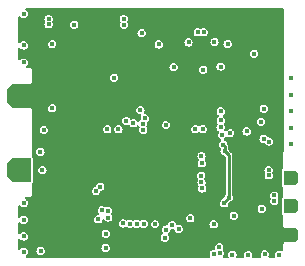
<source format=gbr>
%TF.GenerationSoftware,KiCad,Pcbnew,8.0.5*%
%TF.CreationDate,2024-10-22T08:55:15+02:00*%
%TF.ProjectId,cansatperso,63616e73-6174-4706-9572-736f2e6b6963,rev?*%
%TF.SameCoordinates,Original*%
%TF.FileFunction,Copper,L5,Inr*%
%TF.FilePolarity,Positive*%
%FSLAX46Y46*%
G04 Gerber Fmt 4.6, Leading zero omitted, Abs format (unit mm)*
G04 Created by KiCad (PCBNEW 8.0.5) date 2024-10-22 08:55:15*
%MOMM*%
%LPD*%
G01*
G04 APERTURE LIST*
G04 Aperture macros list*
%AMOutline5P*
0 Free polygon, 5 corners , with rotation*
0 The origin of the aperture is its center*
0 number of corners: always 5*
0 $1 to $10 corner X, Y*
0 $11 Rotation angle, in degrees counterclockwise*
0 create outline with 5 corners*
4,1,5,$1,$2,$3,$4,$5,$6,$7,$8,$9,$10,$1,$2,$11*%
%AMOutline6P*
0 Free polygon, 6 corners , with rotation*
0 The origin of the aperture is its center*
0 number of corners: always 6*
0 $1 to $12 corner X, Y*
0 $13 Rotation angle, in degrees counterclockwise*
0 create outline with 6 corners*
4,1,6,$1,$2,$3,$4,$5,$6,$7,$8,$9,$10,$11,$12,$1,$2,$13*%
%AMOutline7P*
0 Free polygon, 7 corners , with rotation*
0 The origin of the aperture is its center*
0 number of corners: always 7*
0 $1 to $14 corner X, Y*
0 $15 Rotation angle, in degrees counterclockwise*
0 create outline with 7 corners*
4,1,7,$1,$2,$3,$4,$5,$6,$7,$8,$9,$10,$11,$12,$13,$14,$1,$2,$15*%
%AMOutline8P*
0 Free polygon, 8 corners , with rotation*
0 The origin of the aperture is its center*
0 number of corners: always 8*
0 $1 to $16 corner X, Y*
0 $17 Rotation angle, in degrees counterclockwise*
0 create outline with 8 corners*
4,1,8,$1,$2,$3,$4,$5,$6,$7,$8,$9,$10,$11,$12,$13,$14,$15,$16,$1,$2,$17*%
%AMFreePoly0*
4,1,8,1.000000,0.600000,1.000000,-1.000000,0.000000,-1.000000,-1.000000,-1.000000,-1.000000,0.600000,-0.600000,1.000000,0.600000,1.000000,1.000000,0.600000,1.000000,0.600000,$1*%
G04 Aperture macros list end*
%TA.AperFunction,ComponentPad*%
%ADD10Outline6P,-0.600000X0.360000X-0.360000X0.600000X0.360000X0.600000X0.600000X0.360000X0.600000X-0.600000X-0.600000X-0.600000X270.000000*%
%TD*%
%TA.AperFunction,ComponentPad*%
%ADD11FreePoly0,90.000000*%
%TD*%
%TA.AperFunction,ViaPad*%
%ADD12C,0.400000*%
%TD*%
%TA.AperFunction,Conductor*%
%ADD13C,0.250000*%
%TD*%
G04 APERTURE END LIST*
D10*
%TO.N,TIM3_CHI_PWM4*%
%TO.C,REF\u002A\u002A2*%
X195660000Y-87340000D03*
%TD*%
D11*
%TO.N,GND*%
%TO.C,*%
X172680000Y-80400000D03*
%TD*%
D10*
%TO.N,+5V*%
%TO.C,REF\u002A\u002A1*%
X195660000Y-89740000D03*
%TD*%
%TO.N,GND*%
%TO.C,REF\u002A\u002A*%
X195660000Y-92190000D03*
%TD*%
D11*
%TO.N,BAT+*%
%TO.C,REF\u002A\u002A*%
X172675000Y-86705000D03*
%TD*%
D12*
%TO.N,GND*%
X194680000Y-91940000D03*
%TO.N,+3.3V*%
X180140000Y-83220000D03*
X181090000Y-83220000D03*
%TO.N,GND*%
X176360000Y-93120000D03*
X176050000Y-79740000D03*
X184730000Y-85210000D03*
X176140000Y-82470000D03*
X194760000Y-76690000D03*
X195710000Y-81720000D03*
X192250000Y-88020000D03*
X182160000Y-85940000D03*
X188780000Y-77860000D03*
X188060000Y-80840000D03*
X191100000Y-73300000D03*
X174140000Y-76740000D03*
X182600000Y-73300000D03*
X189650000Y-79120000D03*
X190880000Y-79060000D03*
X175390000Y-93170000D03*
X180900000Y-73300000D03*
X185500000Y-89530000D03*
X183680000Y-78680000D03*
X178400000Y-90820000D03*
X173080000Y-74720000D03*
X186810000Y-92670000D03*
X182750000Y-85180000D03*
X194760000Y-85190000D03*
X186380000Y-89540000D03*
X183870000Y-86560000D03*
X185770000Y-86240000D03*
X177800000Y-79760000D03*
X175330000Y-93790000D03*
X182730000Y-75760000D03*
X179340000Y-84110000D03*
X191820000Y-87500000D03*
X192290000Y-91270000D03*
X177500000Y-73300000D03*
X188800000Y-87800000D03*
X174340000Y-78550000D03*
X183840000Y-85180000D03*
X179390000Y-79780000D03*
X175330000Y-92590000D03*
X183670000Y-77690000D03*
X187970000Y-90257500D03*
X178860000Y-92680000D03*
X187700000Y-73300000D03*
X184670000Y-89530000D03*
X184040000Y-93547500D03*
X182700000Y-93770000D03*
X194580000Y-91267500D03*
X189400000Y-73300000D03*
X174340000Y-80170000D03*
X178930000Y-93810000D03*
X189690000Y-80400000D03*
X182750000Y-86610000D03*
X179200000Y-73300000D03*
X181370000Y-87230000D03*
X192770000Y-77880000D03*
X178130000Y-84070000D03*
X181450000Y-79430000D03*
X192420000Y-91820000D03*
X187000000Y-91430000D03*
X174400000Y-90095000D03*
X183600000Y-79750000D03*
X191330000Y-77620000D03*
X185670000Y-85170000D03*
X181840000Y-86720000D03*
X194760000Y-80090000D03*
X181000000Y-93770000D03*
X177480000Y-92630000D03*
X184300000Y-73300000D03*
X177600000Y-93770000D03*
X186000000Y-73300000D03*
X188010000Y-79360000D03*
X192600000Y-87500000D03*
%TO.N,+3.3V*%
X193380000Y-84040000D03*
X190050000Y-89495521D03*
X189750000Y-81710000D03*
X193800000Y-86700000D03*
X189950000Y-84530000D03*
X187800000Y-75020000D03*
X190420521Y-89010521D03*
X190070000Y-85070000D03*
X193830000Y-84270000D03*
X195710000Y-80320000D03*
X173070000Y-76130000D03*
X186180000Y-91660000D03*
X188320000Y-75010000D03*
X185110000Y-91730000D03*
X192570000Y-76830000D03*
X183050000Y-75090000D03*
X193816587Y-87131306D03*
X181740000Y-82530000D03*
X193150000Y-82610000D03*
X185020000Y-92422500D03*
%TO.N,NRST*%
X173080000Y-93590000D03*
X179380000Y-90850660D03*
%TO.N,USART3_RX*%
X180000000Y-93270000D03*
X182345000Y-82715000D03*
%TO.N,SDDETECT*%
X193396250Y-81483750D03*
X184190000Y-91260000D03*
%TO.N,VIN*%
X175470000Y-81450000D03*
X182950430Y-81600789D03*
X174480000Y-85147500D03*
%TO.N,+5V*%
X177340000Y-74380000D03*
X189147500Y-91280000D03*
X193490000Y-93810000D03*
X181560000Y-74390000D03*
X173070000Y-73460000D03*
X181541494Y-73890340D03*
X175170000Y-73890000D03*
X175170000Y-74330000D03*
X194280000Y-88840000D03*
X194280000Y-89310000D03*
X195710000Y-78920000D03*
%TO.N,ADC1_IN3_VBAT*%
X174770000Y-83300000D03*
X179180000Y-88470000D03*
%TO.N,ADC1_IN2_CURR*%
X180720000Y-78872500D03*
X179541191Y-88089171D03*
%TO.N,I2C3_SDA_ACCEL*%
X185110000Y-82870000D03*
X195710000Y-83120000D03*
X189860000Y-83705000D03*
%TO.N,I2C3_SCL_ACCEL*%
X188090000Y-87150000D03*
X191937000Y-83410000D03*
X195710000Y-84520000D03*
%TO.N,3.3VEN*%
X189655249Y-93721215D03*
X189160000Y-93790000D03*
X189740000Y-77920000D03*
X190530166Y-83559834D03*
X189610000Y-93200000D03*
%TO.N,SPI1_CS_SD*%
X182650000Y-91240000D03*
X190330000Y-76010000D03*
%TO.N,SPI1_MISO_SD*%
X181480000Y-91210000D03*
X184510000Y-76050000D03*
%TO.N,SPI1_SCK_SD*%
X180225170Y-90704168D03*
X187020000Y-75880000D03*
%TO.N,SPI1_MOSI_SD*%
X189220000Y-75840000D03*
X182060000Y-91220000D03*
%TO.N,USART1_RX_GPS*%
X189730000Y-83060000D03*
X183132230Y-82772331D03*
%TO.N,USART1_TX_GPS*%
X183185000Y-83269541D03*
X189760000Y-82490000D03*
%TO.N,LPUART1_RX_RADIO*%
X185760000Y-77960000D03*
X179690000Y-90100000D03*
%TO.N,LPUART1_TX_RADIO*%
X187160000Y-90760000D03*
X188260000Y-78180000D03*
%TO.N,GPIO_EXTI1*%
X173070000Y-77580000D03*
X183230000Y-91230000D03*
%TO.N,SWO*%
X183310000Y-82305000D03*
X173090000Y-89490000D03*
%TO.N,SWDIO*%
X188230000Y-83220000D03*
X173070000Y-92300000D03*
%TO.N,SWCLK{slash}I2C1_SDA*%
X173070000Y-90900000D03*
X187585000Y-83220000D03*
%TO.N,TIM3_CHI_PWM4*%
X188120000Y-87730000D03*
%TO.N,USART3_TX*%
X185620000Y-91330000D03*
X180020000Y-92060000D03*
%TO.N,D+*%
X193220000Y-89955000D03*
X188120000Y-85490000D03*
%TO.N,D-*%
X190860000Y-90540000D03*
X188150000Y-86110000D03*
%TO.N,BAT+*%
X174650000Y-86680000D03*
X175470000Y-76026000D03*
%TO.N,PWEN*%
X188180000Y-88240000D03*
X194690000Y-93860000D03*
%TO.N,USBD+*%
X192060000Y-93870000D03*
%TO.N,USBD-*%
X190740000Y-93860000D03*
%TO.N,ADC2_IN17*%
X180190000Y-90150000D03*
X174500000Y-93530000D03*
%TD*%
D13*
%TO.N,+3.3V*%
X190440000Y-85440000D02*
X190070000Y-85070000D01*
X189950000Y-84530000D02*
X190070000Y-84650000D01*
X190050000Y-89381042D02*
X190420521Y-89010521D01*
X190050000Y-89495521D02*
X190050000Y-89381042D01*
X190070000Y-84650000D02*
X190070000Y-85070000D01*
X190440000Y-88991042D02*
X190440000Y-85440000D01*
X190420521Y-89010521D02*
X190440000Y-88991042D01*
%TD*%
%TA.AperFunction,Conductor*%
%TO.N,GND*%
G36*
X195012539Y-72960185D02*
G01*
X195058294Y-73012989D01*
X195069500Y-73064500D01*
X195069500Y-78249992D01*
X195084799Y-78286928D01*
X195108511Y-78310640D01*
X195141996Y-78371963D01*
X195144830Y-78398437D01*
X195138675Y-84967948D01*
X195118928Y-85034969D01*
X195102359Y-85055511D01*
X195074799Y-85083072D01*
X195059500Y-85120007D01*
X195059500Y-86493051D01*
X195039815Y-86560090D01*
X195004391Y-86596153D01*
X194951495Y-86631496D01*
X194918234Y-86681275D01*
X194918231Y-86681282D01*
X194909500Y-86725177D01*
X194909500Y-86725180D01*
X194909500Y-87954820D01*
X194909500Y-87954822D01*
X194909499Y-87954822D01*
X194918231Y-87998717D01*
X194918234Y-87998724D01*
X194951494Y-88048502D01*
X194951495Y-88048502D01*
X194951496Y-88048504D01*
X195001278Y-88081767D01*
X195001280Y-88081767D01*
X195004390Y-88083845D01*
X195049195Y-88137457D01*
X195059500Y-88186948D01*
X195059500Y-88893051D01*
X195039815Y-88960090D01*
X195004391Y-88996153D01*
X194951495Y-89031496D01*
X194918234Y-89081275D01*
X194918231Y-89081282D01*
X194909500Y-89125177D01*
X194909500Y-89125180D01*
X194909500Y-90354820D01*
X194909500Y-90354822D01*
X194909499Y-90354822D01*
X194918231Y-90398717D01*
X194918234Y-90398724D01*
X194951494Y-90448502D01*
X194951495Y-90448502D01*
X194951496Y-90448504D01*
X195001278Y-90481767D01*
X195001280Y-90481767D01*
X195004390Y-90483845D01*
X195049195Y-90537457D01*
X195059500Y-90586948D01*
X195059500Y-91469992D01*
X195074799Y-91506928D01*
X195096128Y-91528257D01*
X195129613Y-91589580D01*
X195132447Y-91616054D01*
X195131362Y-92775261D01*
X195111615Y-92842282D01*
X195095046Y-92862823D01*
X195074800Y-92883069D01*
X195074799Y-92883071D01*
X195059500Y-92920007D01*
X195059500Y-93452545D01*
X195039815Y-93519584D01*
X194987011Y-93565339D01*
X194917853Y-93575283D01*
X194879206Y-93563030D01*
X194799658Y-93522498D01*
X194690002Y-93505131D01*
X194689998Y-93505131D01*
X194580341Y-93522498D01*
X194481414Y-93572904D01*
X194481407Y-93572909D01*
X194402909Y-93651407D01*
X194402904Y-93651414D01*
X194352498Y-93750341D01*
X194335131Y-93859997D01*
X194335131Y-93860002D01*
X194352499Y-93969659D01*
X194355514Y-93978937D01*
X194353688Y-93979530D01*
X194364342Y-94036262D01*
X194338065Y-94101002D01*
X194280958Y-94141258D01*
X194240743Y-94147886D01*
X193913637Y-94147312D01*
X193846633Y-94127510D01*
X193800970Y-94074625D01*
X193791148Y-94005450D01*
X193803368Y-93967022D01*
X193827500Y-93919661D01*
X193833011Y-93884869D01*
X193844869Y-93810002D01*
X193844869Y-93809997D01*
X193827501Y-93700341D01*
X193827153Y-93699658D01*
X193777095Y-93601413D01*
X193777092Y-93601410D01*
X193777090Y-93601407D01*
X193698592Y-93522909D01*
X193698588Y-93522906D01*
X193698587Y-93522905D01*
X193678417Y-93512628D01*
X193599658Y-93472498D01*
X193490002Y-93455131D01*
X193489998Y-93455131D01*
X193380341Y-93472498D01*
X193281414Y-93522904D01*
X193281407Y-93522909D01*
X193202909Y-93601407D01*
X193202904Y-93601414D01*
X193152498Y-93700341D01*
X193135131Y-93809997D01*
X193135131Y-93810002D01*
X193152498Y-93919658D01*
X193175871Y-93965530D01*
X193188767Y-94034200D01*
X193162490Y-94098940D01*
X193105383Y-94139196D01*
X193065168Y-94145824D01*
X192514277Y-94144857D01*
X192447273Y-94125055D01*
X192401610Y-94072170D01*
X192391788Y-94002995D01*
X192396568Y-93982527D01*
X192397496Y-93979667D01*
X192397500Y-93979661D01*
X192412837Y-93882828D01*
X192414869Y-93870002D01*
X192414869Y-93869997D01*
X192397501Y-93760341D01*
X192377564Y-93721212D01*
X192347095Y-93661413D01*
X192347092Y-93661410D01*
X192347090Y-93661407D01*
X192268592Y-93582909D01*
X192268588Y-93582906D01*
X192268587Y-93582905D01*
X192217922Y-93557090D01*
X192169658Y-93532498D01*
X192060002Y-93515131D01*
X192059998Y-93515131D01*
X191950341Y-93532498D01*
X191851414Y-93582904D01*
X191851407Y-93582909D01*
X191772909Y-93661407D01*
X191772904Y-93661414D01*
X191722498Y-93760341D01*
X191705131Y-93869997D01*
X191705131Y-93870002D01*
X191722499Y-93979662D01*
X191722916Y-93980944D01*
X191722962Y-93982588D01*
X191724026Y-93989300D01*
X191723158Y-93989437D01*
X191724911Y-94050785D01*
X191688830Y-94110618D01*
X191626128Y-94141445D01*
X191604767Y-94143261D01*
X191191546Y-94142536D01*
X191124542Y-94122734D01*
X191078879Y-94069849D01*
X191069057Y-94000674D01*
X191075836Y-93979375D01*
X191074486Y-93978937D01*
X191077498Y-93969664D01*
X191077500Y-93969661D01*
X191091191Y-93883223D01*
X191094869Y-93860002D01*
X191094869Y-93859997D01*
X191077501Y-93750341D01*
X191041833Y-93680339D01*
X191027095Y-93651413D01*
X191027092Y-93651410D01*
X191027090Y-93651407D01*
X190948592Y-93572909D01*
X190948588Y-93572906D01*
X190948587Y-93572905D01*
X190917548Y-93557090D01*
X190849658Y-93522498D01*
X190740002Y-93505131D01*
X190739998Y-93505131D01*
X190630341Y-93522498D01*
X190531414Y-93572904D01*
X190531407Y-93572909D01*
X190452909Y-93651407D01*
X190452904Y-93651414D01*
X190402498Y-93750341D01*
X190385131Y-93859997D01*
X190385131Y-93860002D01*
X190402498Y-93969657D01*
X190405414Y-93978629D01*
X190407411Y-94048470D01*
X190371332Y-94108304D01*
X190308632Y-94139133D01*
X190287266Y-94140950D01*
X190030790Y-94140500D01*
X189963786Y-94120698D01*
X189918123Y-94067813D01*
X189908301Y-93998638D01*
X189937438Y-93935133D01*
X189942110Y-93930123D01*
X189942338Y-93929807D01*
X189942344Y-93929802D01*
X189992749Y-93830876D01*
X189992749Y-93830874D01*
X189992750Y-93830873D01*
X190010118Y-93721217D01*
X190010118Y-93721212D01*
X189992750Y-93611556D01*
X189974268Y-93575283D01*
X189942344Y-93512628D01*
X189942341Y-93512625D01*
X189942339Y-93512622D01*
X189940954Y-93511237D01*
X189939807Y-93509136D01*
X189936605Y-93504729D01*
X189937174Y-93504315D01*
X189907469Y-93449914D01*
X189912453Y-93380222D01*
X189918147Y-93367268D01*
X189947500Y-93309661D01*
X189964869Y-93200000D01*
X189964869Y-93199997D01*
X189947501Y-93090341D01*
X189932762Y-93061414D01*
X189897095Y-92991413D01*
X189897092Y-92991410D01*
X189897090Y-92991407D01*
X189818592Y-92912909D01*
X189818588Y-92912906D01*
X189818587Y-92912905D01*
X189814743Y-92910946D01*
X189719658Y-92862498D01*
X189610002Y-92845131D01*
X189609998Y-92845131D01*
X189500341Y-92862498D01*
X189401414Y-92912904D01*
X189401407Y-92912909D01*
X189322909Y-92991407D01*
X189322904Y-92991414D01*
X189272498Y-93090341D01*
X189255131Y-93199997D01*
X189255131Y-93200003D01*
X189269734Y-93292205D01*
X189260779Y-93361498D01*
X189215783Y-93414950D01*
X189166660Y-93434075D01*
X189050341Y-93452499D01*
X188951414Y-93502904D01*
X188951407Y-93502909D01*
X188872909Y-93581407D01*
X188872904Y-93581414D01*
X188822498Y-93680341D01*
X188805131Y-93789997D01*
X188805131Y-93790002D01*
X188822498Y-93899656D01*
X188822499Y-93899659D01*
X188822500Y-93899661D01*
X188852197Y-93957946D01*
X188865093Y-94026612D01*
X188838817Y-94091353D01*
X188781710Y-94131610D01*
X188741494Y-94138238D01*
X174631923Y-94113485D01*
X174564919Y-94093683D01*
X174519256Y-94040799D01*
X174509434Y-93971623D01*
X174538571Y-93908118D01*
X174597415Y-93870447D01*
X174607653Y-93868152D01*
X174609657Y-93867501D01*
X174609658Y-93867500D01*
X174609661Y-93867500D01*
X174708587Y-93817095D01*
X174787095Y-93738587D01*
X174837500Y-93639661D01*
X174837500Y-93639659D01*
X174837501Y-93639658D01*
X174854869Y-93530002D01*
X174854869Y-93529997D01*
X174837501Y-93420341D01*
X174817059Y-93380222D01*
X174787095Y-93321413D01*
X174787092Y-93321410D01*
X174787090Y-93321407D01*
X174735680Y-93269997D01*
X179645131Y-93269997D01*
X179645131Y-93270002D01*
X179662498Y-93379658D01*
X179712904Y-93478585D01*
X179712909Y-93478592D01*
X179791407Y-93557090D01*
X179791410Y-93557092D01*
X179791413Y-93557095D01*
X179890339Y-93607500D01*
X179890341Y-93607501D01*
X179999998Y-93624869D01*
X180000000Y-93624869D01*
X180000002Y-93624869D01*
X180109658Y-93607501D01*
X180109659Y-93607500D01*
X180109661Y-93607500D01*
X180208587Y-93557095D01*
X180287095Y-93478587D01*
X180337500Y-93379661D01*
X180337500Y-93379659D01*
X180337501Y-93379658D01*
X180354869Y-93270002D01*
X180354869Y-93269997D01*
X180337501Y-93160341D01*
X180301833Y-93090339D01*
X180287095Y-93061413D01*
X180287092Y-93061410D01*
X180287090Y-93061407D01*
X180208592Y-92982909D01*
X180208588Y-92982906D01*
X180208587Y-92982905D01*
X180204743Y-92980946D01*
X180109658Y-92932498D01*
X180000002Y-92915131D01*
X179999998Y-92915131D01*
X179890341Y-92932498D01*
X179791414Y-92982904D01*
X179791407Y-92982909D01*
X179712909Y-93061407D01*
X179712904Y-93061414D01*
X179662498Y-93160341D01*
X179645131Y-93269997D01*
X174735680Y-93269997D01*
X174708592Y-93242909D01*
X174708588Y-93242906D01*
X174708587Y-93242905D01*
X174624381Y-93200000D01*
X174609658Y-93192498D01*
X174500002Y-93175131D01*
X174499998Y-93175131D01*
X174390341Y-93192498D01*
X174291414Y-93242904D01*
X174291407Y-93242909D01*
X174212909Y-93321407D01*
X174212904Y-93321414D01*
X174162498Y-93420341D01*
X174145131Y-93529997D01*
X174145131Y-93530002D01*
X174162498Y-93639658D01*
X174212904Y-93738585D01*
X174212909Y-93738592D01*
X174291407Y-93817090D01*
X174291410Y-93817092D01*
X174291413Y-93817095D01*
X174390339Y-93867500D01*
X174390340Y-93867500D01*
X174390342Y-93867501D01*
X174399625Y-93870518D01*
X174398697Y-93873372D01*
X174447417Y-93896460D01*
X174484357Y-93955766D01*
X174483370Y-94025629D01*
X174444768Y-94083867D01*
X174380809Y-94111991D01*
X174364680Y-94113016D01*
X173345352Y-94111228D01*
X173278348Y-94091426D01*
X173232685Y-94038542D01*
X173222863Y-93969366D01*
X173252000Y-93905861D01*
X173280982Y-93883223D01*
X173280695Y-93882828D01*
X173288580Y-93877098D01*
X173288587Y-93877095D01*
X173367095Y-93798587D01*
X173417500Y-93699661D01*
X173417500Y-93699659D01*
X173417501Y-93699658D01*
X173434869Y-93590002D01*
X173434869Y-93589997D01*
X173417501Y-93480341D01*
X173401998Y-93449914D01*
X173367095Y-93381413D01*
X173367092Y-93381410D01*
X173367090Y-93381407D01*
X173288592Y-93302909D01*
X173288588Y-93302906D01*
X173288587Y-93302905D01*
X173224007Y-93270000D01*
X173189658Y-93252498D01*
X173080002Y-93235131D01*
X173079998Y-93235131D01*
X172970341Y-93252498D01*
X172871414Y-93302904D01*
X172871407Y-93302909D01*
X172786004Y-93388313D01*
X172784458Y-93386767D01*
X172739489Y-93421445D01*
X172669876Y-93427424D01*
X172608080Y-93394819D01*
X172573723Y-93333981D01*
X172570500Y-93305894D01*
X172570500Y-92595545D01*
X172590185Y-92528506D01*
X172642989Y-92482751D01*
X172712147Y-92472807D01*
X172775703Y-92501832D01*
X172782181Y-92507864D01*
X172861407Y-92587090D01*
X172861410Y-92587092D01*
X172861413Y-92587095D01*
X172947749Y-92631085D01*
X172960341Y-92637501D01*
X173069998Y-92654869D01*
X173070000Y-92654869D01*
X173070002Y-92654869D01*
X173179658Y-92637501D01*
X173179659Y-92637500D01*
X173179661Y-92637500D01*
X173278587Y-92587095D01*
X173357095Y-92508587D01*
X173400960Y-92422497D01*
X184665131Y-92422497D01*
X184665131Y-92422502D01*
X184682498Y-92532158D01*
X184732904Y-92631085D01*
X184732909Y-92631092D01*
X184811407Y-92709590D01*
X184811410Y-92709592D01*
X184811413Y-92709595D01*
X184910339Y-92760000D01*
X184910341Y-92760001D01*
X185019998Y-92777369D01*
X185020000Y-92777369D01*
X185020002Y-92777369D01*
X185129658Y-92760001D01*
X185129659Y-92760000D01*
X185129661Y-92760000D01*
X185228587Y-92709595D01*
X185307095Y-92631087D01*
X185357500Y-92532161D01*
X185357500Y-92532159D01*
X185357501Y-92532158D01*
X185374869Y-92422502D01*
X185374869Y-92422497D01*
X185357501Y-92312841D01*
X185334955Y-92268592D01*
X185307095Y-92213913D01*
X185307092Y-92213910D01*
X185307090Y-92213907D01*
X185300597Y-92207414D01*
X185267112Y-92146091D01*
X185272096Y-92076399D01*
X185313968Y-92020466D01*
X185315401Y-92019409D01*
X185318580Y-92017098D01*
X185318587Y-92017095D01*
X185397095Y-91938587D01*
X185447500Y-91839661D01*
X185456240Y-91784475D01*
X185486168Y-91721344D01*
X185545479Y-91684412D01*
X185598111Y-91681402D01*
X185620000Y-91684869D01*
X185620000Y-91684868D01*
X185620001Y-91684869D01*
X185620002Y-91684869D01*
X185701480Y-91671964D01*
X185770773Y-91680918D01*
X185824225Y-91725915D01*
X185837849Y-91760905D01*
X185839482Y-91760375D01*
X185842498Y-91769657D01*
X185892904Y-91868585D01*
X185892909Y-91868592D01*
X185971407Y-91947090D01*
X185971410Y-91947092D01*
X185971413Y-91947095D01*
X186070339Y-91997500D01*
X186070341Y-91997501D01*
X186179998Y-92014869D01*
X186180000Y-92014869D01*
X186180002Y-92014869D01*
X186289658Y-91997501D01*
X186289659Y-91997500D01*
X186289661Y-91997500D01*
X186388587Y-91947095D01*
X186467095Y-91868587D01*
X186517500Y-91769661D01*
X186517500Y-91769659D01*
X186517501Y-91769658D01*
X186534869Y-91660002D01*
X186534869Y-91659997D01*
X186517501Y-91550341D01*
X186502762Y-91521414D01*
X186467095Y-91451413D01*
X186467092Y-91451410D01*
X186467090Y-91451407D01*
X186388592Y-91372909D01*
X186388588Y-91372906D01*
X186388587Y-91372905D01*
X186323336Y-91339658D01*
X186289658Y-91322498D01*
X186180002Y-91305131D01*
X186180000Y-91305131D01*
X186156490Y-91308854D01*
X186098518Y-91318036D01*
X186029224Y-91309080D01*
X185994677Y-91279997D01*
X188792631Y-91279997D01*
X188792631Y-91280002D01*
X188809998Y-91389658D01*
X188860404Y-91488585D01*
X188860409Y-91488592D01*
X188938907Y-91567090D01*
X188938910Y-91567092D01*
X188938913Y-91567095D01*
X189032675Y-91614869D01*
X189037841Y-91617501D01*
X189147498Y-91634869D01*
X189147500Y-91634869D01*
X189147502Y-91634869D01*
X189257158Y-91617501D01*
X189257159Y-91617500D01*
X189257161Y-91617500D01*
X189356087Y-91567095D01*
X189434595Y-91488587D01*
X189485000Y-91389661D01*
X189485000Y-91389659D01*
X189485001Y-91389658D01*
X189502369Y-91280002D01*
X189502369Y-91279997D01*
X189485001Y-91170341D01*
X189485000Y-91170339D01*
X189434595Y-91071413D01*
X189434592Y-91071410D01*
X189434590Y-91071407D01*
X189356092Y-90992909D01*
X189356088Y-90992906D01*
X189356087Y-90992905D01*
X189352243Y-90990946D01*
X189257158Y-90942498D01*
X189147502Y-90925131D01*
X189147498Y-90925131D01*
X189037841Y-90942498D01*
X188938914Y-90992904D01*
X188938907Y-90992909D01*
X188860409Y-91071407D01*
X188860404Y-91071414D01*
X188809998Y-91170341D01*
X188792631Y-91279997D01*
X185994677Y-91279997D01*
X185975773Y-91264083D01*
X185962153Y-91229093D01*
X185960518Y-91229625D01*
X185957501Y-91220342D01*
X185957500Y-91220340D01*
X185957500Y-91220339D01*
X185907095Y-91121413D01*
X185907092Y-91121410D01*
X185907090Y-91121407D01*
X185828592Y-91042909D01*
X185828588Y-91042906D01*
X185828587Y-91042905D01*
X185824743Y-91040946D01*
X185729658Y-90992498D01*
X185620002Y-90975131D01*
X185619998Y-90975131D01*
X185510341Y-90992498D01*
X185411414Y-91042904D01*
X185411407Y-91042909D01*
X185332909Y-91121407D01*
X185332904Y-91121414D01*
X185282498Y-91220341D01*
X185273759Y-91275522D01*
X185243830Y-91338657D01*
X185184518Y-91375588D01*
X185131890Y-91378598D01*
X185112885Y-91375588D01*
X185110000Y-91375131D01*
X185109999Y-91375131D01*
X185109998Y-91375131D01*
X185000341Y-91392498D01*
X184901414Y-91442904D01*
X184901407Y-91442909D01*
X184822909Y-91521407D01*
X184822904Y-91521414D01*
X184772498Y-91620341D01*
X184755131Y-91729997D01*
X184755131Y-91730002D01*
X184772498Y-91839658D01*
X184822904Y-91938585D01*
X184822909Y-91938592D01*
X184829402Y-91945085D01*
X184862887Y-92006408D01*
X184857903Y-92076100D01*
X184816031Y-92132033D01*
X184814609Y-92133083D01*
X184811408Y-92135408D01*
X184732909Y-92213907D01*
X184732904Y-92213914D01*
X184682498Y-92312841D01*
X184665131Y-92422497D01*
X173400960Y-92422497D01*
X173407500Y-92409661D01*
X173407500Y-92409659D01*
X173407501Y-92409658D01*
X173424869Y-92300002D01*
X173424869Y-92299997D01*
X173407501Y-92190341D01*
X173396964Y-92169661D01*
X173357095Y-92091413D01*
X173357092Y-92091410D01*
X173357090Y-92091407D01*
X173325680Y-92059997D01*
X179665131Y-92059997D01*
X179665131Y-92060002D01*
X179682498Y-92169658D01*
X179732904Y-92268585D01*
X179732909Y-92268592D01*
X179811407Y-92347090D01*
X179811410Y-92347092D01*
X179811413Y-92347095D01*
X179910339Y-92397500D01*
X179910341Y-92397501D01*
X180019998Y-92414869D01*
X180020000Y-92414869D01*
X180020002Y-92414869D01*
X180129658Y-92397501D01*
X180129659Y-92397500D01*
X180129661Y-92397500D01*
X180228587Y-92347095D01*
X180307095Y-92268587D01*
X180357500Y-92169661D01*
X180357500Y-92169659D01*
X180357501Y-92169658D01*
X180374869Y-92060002D01*
X180374869Y-92059997D01*
X180357501Y-91950341D01*
X180315848Y-91868592D01*
X180307095Y-91851413D01*
X180307092Y-91851410D01*
X180307090Y-91851407D01*
X180228592Y-91772909D01*
X180228588Y-91772906D01*
X180228587Y-91772905D01*
X180205036Y-91760905D01*
X180129658Y-91722498D01*
X180020002Y-91705131D01*
X180019998Y-91705131D01*
X179910341Y-91722498D01*
X179811414Y-91772904D01*
X179811407Y-91772909D01*
X179732909Y-91851407D01*
X179732904Y-91851414D01*
X179682498Y-91950341D01*
X179665131Y-92059997D01*
X173325680Y-92059997D01*
X173278592Y-92012909D01*
X173278588Y-92012906D01*
X173278587Y-92012905D01*
X173248353Y-91997500D01*
X173179658Y-91962498D01*
X173070002Y-91945131D01*
X173069998Y-91945131D01*
X172960341Y-91962498D01*
X172861414Y-92012904D01*
X172861407Y-92012909D01*
X172782181Y-92092136D01*
X172720858Y-92125621D01*
X172651166Y-92120637D01*
X172595233Y-92078765D01*
X172570816Y-92013301D01*
X172570500Y-92004455D01*
X172570500Y-91195545D01*
X172590185Y-91128506D01*
X172642989Y-91082751D01*
X172712147Y-91072807D01*
X172775703Y-91101832D01*
X172782181Y-91107864D01*
X172861407Y-91187090D01*
X172861410Y-91187092D01*
X172861413Y-91187095D01*
X172945623Y-91230002D01*
X172960341Y-91237501D01*
X173069998Y-91254869D01*
X173070000Y-91254869D01*
X173070002Y-91254869D01*
X173179658Y-91237501D01*
X173179659Y-91237500D01*
X173179661Y-91237500D01*
X173233639Y-91209997D01*
X181125131Y-91209997D01*
X181125131Y-91210002D01*
X181142498Y-91319658D01*
X181192904Y-91418585D01*
X181192909Y-91418592D01*
X181271407Y-91497090D01*
X181271410Y-91497092D01*
X181271413Y-91497095D01*
X181346199Y-91535200D01*
X181370341Y-91547501D01*
X181479998Y-91564869D01*
X181480000Y-91564869D01*
X181480002Y-91564869D01*
X181589658Y-91547501D01*
X181589659Y-91547500D01*
X181589661Y-91547500D01*
X181688587Y-91497095D01*
X181688587Y-91497094D01*
X181688590Y-91497093D01*
X181691426Y-91495033D01*
X181695453Y-91493595D01*
X181697283Y-91492664D01*
X181697403Y-91492900D01*
X181757233Y-91471555D01*
X181825286Y-91487382D01*
X181847221Y-91504049D01*
X181851410Y-91507092D01*
X181851413Y-91507095D01*
X181906573Y-91535200D01*
X181950341Y-91557501D01*
X182059998Y-91574869D01*
X182060000Y-91574869D01*
X182060002Y-91574869D01*
X182169658Y-91557501D01*
X182169659Y-91557500D01*
X182169661Y-91557500D01*
X182268587Y-91507095D01*
X182268587Y-91507094D01*
X182268590Y-91507093D01*
X182271426Y-91505033D01*
X182275453Y-91503595D01*
X182277283Y-91502664D01*
X182277403Y-91502900D01*
X182337233Y-91481555D01*
X182405286Y-91497382D01*
X182431989Y-91517672D01*
X182441407Y-91527090D01*
X182441410Y-91527092D01*
X182441413Y-91527095D01*
X182501087Y-91557500D01*
X182540341Y-91577501D01*
X182649998Y-91594869D01*
X182650000Y-91594869D01*
X182650002Y-91594869D01*
X182759658Y-91577501D01*
X182759659Y-91577500D01*
X182759661Y-91577500D01*
X182858587Y-91527095D01*
X182858592Y-91527089D01*
X182866486Y-91521356D01*
X182867365Y-91522566D01*
X182919314Y-91494190D01*
X182989006Y-91499163D01*
X183018575Y-91515033D01*
X183021412Y-91517094D01*
X183021413Y-91517095D01*
X183100713Y-91557500D01*
X183120341Y-91567501D01*
X183229998Y-91584869D01*
X183230000Y-91584869D01*
X183230002Y-91584869D01*
X183339658Y-91567501D01*
X183339659Y-91567500D01*
X183339661Y-91567500D01*
X183438587Y-91517095D01*
X183517095Y-91438587D01*
X183567500Y-91339661D01*
X183567500Y-91339659D01*
X183567501Y-91339658D01*
X183580118Y-91259997D01*
X183835131Y-91259997D01*
X183835131Y-91260002D01*
X183852498Y-91369658D01*
X183902904Y-91468585D01*
X183902909Y-91468592D01*
X183981407Y-91547090D01*
X183981410Y-91547092D01*
X183981413Y-91547095D01*
X184035923Y-91574869D01*
X184080341Y-91597501D01*
X184189998Y-91614869D01*
X184190000Y-91614869D01*
X184190002Y-91614869D01*
X184299658Y-91597501D01*
X184299659Y-91597500D01*
X184299661Y-91597500D01*
X184398587Y-91547095D01*
X184477095Y-91468587D01*
X184527500Y-91369661D01*
X184527500Y-91369659D01*
X184527501Y-91369658D01*
X184544869Y-91260002D01*
X184544869Y-91259997D01*
X184527501Y-91150341D01*
X184521086Y-91137750D01*
X184477095Y-91051413D01*
X184477092Y-91051410D01*
X184477090Y-91051407D01*
X184398592Y-90972909D01*
X184398588Y-90972906D01*
X184398587Y-90972905D01*
X184390112Y-90968587D01*
X184299658Y-90922498D01*
X184190002Y-90905131D01*
X184189998Y-90905131D01*
X184080341Y-90922498D01*
X183981414Y-90972904D01*
X183981407Y-90972909D01*
X183902909Y-91051407D01*
X183902904Y-91051414D01*
X183852498Y-91150341D01*
X183835131Y-91259997D01*
X183580118Y-91259997D01*
X183584869Y-91230002D01*
X183584869Y-91229997D01*
X183567501Y-91120341D01*
X183558070Y-91101832D01*
X183517095Y-91021413D01*
X183517092Y-91021410D01*
X183517090Y-91021407D01*
X183438592Y-90942909D01*
X183438588Y-90942906D01*
X183438587Y-90942905D01*
X183425844Y-90936412D01*
X183339658Y-90892498D01*
X183230002Y-90875131D01*
X183229998Y-90875131D01*
X183120341Y-90892498D01*
X183021414Y-90942904D01*
X183013514Y-90948644D01*
X183012636Y-90947436D01*
X182960657Y-90975814D01*
X182890965Y-90970824D01*
X182861432Y-90954971D01*
X182858590Y-90952907D01*
X182858587Y-90952905D01*
X182799708Y-90922905D01*
X182759658Y-90902498D01*
X182650002Y-90885131D01*
X182649998Y-90885131D01*
X182540341Y-90902498D01*
X182441407Y-90952908D01*
X182438563Y-90954974D01*
X182434529Y-90956412D01*
X182432717Y-90957336D01*
X182432597Y-90957101D01*
X182372753Y-90978445D01*
X182304701Y-90962610D01*
X182278010Y-90942327D01*
X182268592Y-90932909D01*
X182268588Y-90932906D01*
X182268587Y-90932905D01*
X182229040Y-90912755D01*
X182169658Y-90882498D01*
X182060002Y-90865131D01*
X182059998Y-90865131D01*
X181950341Y-90882498D01*
X181851407Y-90932908D01*
X181848563Y-90934974D01*
X181844529Y-90936412D01*
X181842717Y-90937336D01*
X181842597Y-90937101D01*
X181782753Y-90958445D01*
X181714701Y-90942610D01*
X181692774Y-90925947D01*
X181688588Y-90922906D01*
X181688587Y-90922905D01*
X181668676Y-90912760D01*
X181589658Y-90872498D01*
X181480002Y-90855131D01*
X181479998Y-90855131D01*
X181370341Y-90872498D01*
X181271414Y-90922904D01*
X181271407Y-90922909D01*
X181192909Y-91001407D01*
X181192904Y-91001414D01*
X181142498Y-91100341D01*
X181125131Y-91209997D01*
X173233639Y-91209997D01*
X173278587Y-91187095D01*
X173357095Y-91108587D01*
X173407500Y-91009661D01*
X173407500Y-91009659D01*
X173407501Y-91009658D01*
X173424869Y-90900002D01*
X173424869Y-90899997D01*
X173417054Y-90850657D01*
X179025131Y-90850657D01*
X179025131Y-90850662D01*
X179042498Y-90960318D01*
X179092904Y-91059245D01*
X179092909Y-91059252D01*
X179171407Y-91137750D01*
X179171410Y-91137752D01*
X179171413Y-91137755D01*
X179196111Y-91150339D01*
X179270341Y-91188161D01*
X179379998Y-91205529D01*
X179380000Y-91205529D01*
X179380002Y-91205529D01*
X179489658Y-91188161D01*
X179489659Y-91188160D01*
X179489661Y-91188160D01*
X179588587Y-91137755D01*
X179667095Y-91059247D01*
X179717500Y-90960321D01*
X179717501Y-90960317D01*
X179720518Y-90951035D01*
X179723738Y-90952081D01*
X179746226Y-90904592D01*
X179805522Y-90867636D01*
X179875385Y-90868603D01*
X179933634Y-90907188D01*
X179937701Y-90912382D01*
X180016577Y-90991258D01*
X180016580Y-90991260D01*
X180016583Y-90991263D01*
X180096758Y-91032114D01*
X180115511Y-91041669D01*
X180225168Y-91059037D01*
X180225170Y-91059037D01*
X180225172Y-91059037D01*
X180334828Y-91041669D01*
X180334829Y-91041668D01*
X180334831Y-91041668D01*
X180433757Y-90991263D01*
X180512265Y-90912755D01*
X180562670Y-90813829D01*
X180562670Y-90813827D01*
X180562671Y-90813826D01*
X180571197Y-90759997D01*
X186805131Y-90759997D01*
X186805131Y-90760002D01*
X186822498Y-90869658D01*
X186872904Y-90968585D01*
X186872909Y-90968592D01*
X186951407Y-91047090D01*
X186951410Y-91047092D01*
X186951413Y-91047095D01*
X187050339Y-91097500D01*
X187050341Y-91097501D01*
X187159998Y-91114869D01*
X187160000Y-91114869D01*
X187160002Y-91114869D01*
X187269658Y-91097501D01*
X187269659Y-91097500D01*
X187269661Y-91097500D01*
X187368587Y-91047095D01*
X187447095Y-90968587D01*
X187497500Y-90869661D01*
X187497500Y-90869659D01*
X187497501Y-90869658D01*
X187514869Y-90760002D01*
X187514869Y-90759997D01*
X187497501Y-90650341D01*
X187478628Y-90613301D01*
X187447095Y-90551413D01*
X187447092Y-90551410D01*
X187447090Y-90551407D01*
X187435680Y-90539997D01*
X190505131Y-90539997D01*
X190505131Y-90540002D01*
X190522498Y-90649658D01*
X190572904Y-90748585D01*
X190572909Y-90748592D01*
X190651407Y-90827090D01*
X190651410Y-90827092D01*
X190651413Y-90827095D01*
X190730980Y-90867636D01*
X190750341Y-90877501D01*
X190859998Y-90894869D01*
X190860000Y-90894869D01*
X190860002Y-90894869D01*
X190969658Y-90877501D01*
X190969659Y-90877500D01*
X190969661Y-90877500D01*
X191068587Y-90827095D01*
X191147095Y-90748587D01*
X191197500Y-90649661D01*
X191197500Y-90649659D01*
X191197501Y-90649658D01*
X191214869Y-90540002D01*
X191214869Y-90539997D01*
X191197501Y-90430341D01*
X191161013Y-90358729D01*
X191147095Y-90331413D01*
X191147092Y-90331410D01*
X191147090Y-90331407D01*
X191068592Y-90252909D01*
X191068588Y-90252906D01*
X191068587Y-90252905D01*
X190997980Y-90216929D01*
X190969658Y-90202498D01*
X190860002Y-90185131D01*
X190859998Y-90185131D01*
X190750341Y-90202498D01*
X190651414Y-90252904D01*
X190651407Y-90252909D01*
X190572909Y-90331407D01*
X190572904Y-90331414D01*
X190522498Y-90430341D01*
X190505131Y-90539997D01*
X187435680Y-90539997D01*
X187368592Y-90472909D01*
X187368588Y-90472906D01*
X187368587Y-90472905D01*
X187320697Y-90448504D01*
X187269658Y-90422498D01*
X187160002Y-90405131D01*
X187159998Y-90405131D01*
X187050341Y-90422498D01*
X186951414Y-90472904D01*
X186951407Y-90472909D01*
X186872909Y-90551407D01*
X186872904Y-90551414D01*
X186822498Y-90650341D01*
X186805131Y-90759997D01*
X180571197Y-90759997D01*
X180580039Y-90704170D01*
X180580039Y-90704165D01*
X180562671Y-90594509D01*
X180562670Y-90594507D01*
X180512265Y-90495581D01*
X180512262Y-90495578D01*
X180512260Y-90495575D01*
X180506429Y-90489744D01*
X180472944Y-90428421D01*
X180477928Y-90358729D01*
X180483615Y-90345790D01*
X180527500Y-90259661D01*
X180527501Y-90259656D01*
X180544869Y-90150002D01*
X180544869Y-90149997D01*
X180527501Y-90040341D01*
X180502024Y-89990339D01*
X180484016Y-89954997D01*
X192865131Y-89954997D01*
X192865131Y-89955002D01*
X192882498Y-90064658D01*
X192932904Y-90163585D01*
X192932909Y-90163592D01*
X193011407Y-90242090D01*
X193011410Y-90242092D01*
X193011413Y-90242095D01*
X193110339Y-90292500D01*
X193110341Y-90292501D01*
X193219998Y-90309869D01*
X193220000Y-90309869D01*
X193220002Y-90309869D01*
X193329658Y-90292501D01*
X193329659Y-90292500D01*
X193329661Y-90292500D01*
X193428587Y-90242095D01*
X193507095Y-90163587D01*
X193557500Y-90064661D01*
X193557500Y-90064659D01*
X193557501Y-90064658D01*
X193574869Y-89955002D01*
X193574869Y-89954997D01*
X193557501Y-89845341D01*
X193540974Y-89812905D01*
X193507095Y-89746413D01*
X193507092Y-89746410D01*
X193507090Y-89746407D01*
X193428592Y-89667909D01*
X193428588Y-89667906D01*
X193428587Y-89667905D01*
X193388540Y-89647500D01*
X193329658Y-89617498D01*
X193220002Y-89600131D01*
X193219998Y-89600131D01*
X193110341Y-89617498D01*
X193011414Y-89667904D01*
X193011407Y-89667909D01*
X192932909Y-89746407D01*
X192932904Y-89746414D01*
X192882498Y-89845341D01*
X192865131Y-89954997D01*
X180484016Y-89954997D01*
X180477095Y-89941413D01*
X180477092Y-89941410D01*
X180477090Y-89941407D01*
X180398592Y-89862909D01*
X180398588Y-89862906D01*
X180398587Y-89862905D01*
X180365370Y-89845980D01*
X180299658Y-89812498D01*
X180190002Y-89795131D01*
X180189998Y-89795131D01*
X180080340Y-89812499D01*
X180039936Y-89833085D01*
X179971266Y-89845980D01*
X179906527Y-89819702D01*
X179900310Y-89814157D01*
X179898588Y-89812906D01*
X179898587Y-89812905D01*
X179894743Y-89810946D01*
X179799658Y-89762498D01*
X179690002Y-89745131D01*
X179689998Y-89745131D01*
X179580341Y-89762498D01*
X179481414Y-89812904D01*
X179481407Y-89812909D01*
X179402909Y-89891407D01*
X179402904Y-89891414D01*
X179352498Y-89990341D01*
X179335131Y-90099997D01*
X179335131Y-90100002D01*
X179352498Y-90209658D01*
X179402906Y-90308589D01*
X179403581Y-90309518D01*
X179404051Y-90310836D01*
X179407336Y-90317283D01*
X179406502Y-90317707D01*
X179427058Y-90375325D01*
X179411230Y-90443378D01*
X179361122Y-90492071D01*
X179322659Y-90504872D01*
X179270341Y-90513158D01*
X179171414Y-90563564D01*
X179171407Y-90563569D01*
X179092909Y-90642067D01*
X179092904Y-90642074D01*
X179042498Y-90741001D01*
X179025131Y-90850657D01*
X173417054Y-90850657D01*
X173407501Y-90790341D01*
X173407500Y-90790339D01*
X173357095Y-90691413D01*
X173357092Y-90691410D01*
X173357090Y-90691407D01*
X173278592Y-90612909D01*
X173278588Y-90612906D01*
X173278587Y-90612905D01*
X173242479Y-90594507D01*
X173179658Y-90562498D01*
X173070002Y-90545131D01*
X173069998Y-90545131D01*
X172960341Y-90562498D01*
X172861414Y-90612904D01*
X172861407Y-90612909D01*
X172782181Y-90692136D01*
X172720858Y-90725621D01*
X172651166Y-90720637D01*
X172595233Y-90678765D01*
X172570816Y-90613301D01*
X172570500Y-90604455D01*
X172570500Y-89758962D01*
X172590185Y-89691923D01*
X172642989Y-89646168D01*
X172712147Y-89636224D01*
X172775703Y-89665249D01*
X172796178Y-89691416D01*
X172797172Y-89690695D01*
X172802909Y-89698592D01*
X172881407Y-89777090D01*
X172881410Y-89777092D01*
X172881413Y-89777095D01*
X172980339Y-89827500D01*
X172980341Y-89827501D01*
X173089998Y-89844869D01*
X173090000Y-89844869D01*
X173090002Y-89844869D01*
X173199658Y-89827501D01*
X173199659Y-89827500D01*
X173199661Y-89827500D01*
X173298587Y-89777095D01*
X173377095Y-89698587D01*
X173427500Y-89599661D01*
X173427500Y-89599659D01*
X173427501Y-89599658D01*
X173444869Y-89490002D01*
X173444869Y-89489997D01*
X173427501Y-89380341D01*
X173411033Y-89348020D01*
X173377095Y-89281413D01*
X173377092Y-89281410D01*
X173377090Y-89281407D01*
X173298592Y-89202909D01*
X173298588Y-89202906D01*
X173298587Y-89202905D01*
X173243789Y-89174984D01*
X173192993Y-89127011D01*
X173176198Y-89059190D01*
X173198735Y-88993055D01*
X173253450Y-88949603D01*
X173300084Y-88940500D01*
X173669989Y-88940500D01*
X173669991Y-88940500D01*
X173706929Y-88925200D01*
X173735200Y-88896929D01*
X173750500Y-88859991D01*
X173750500Y-88710009D01*
X173750500Y-88469997D01*
X178825131Y-88469997D01*
X178825131Y-88470002D01*
X178842498Y-88579658D01*
X178892904Y-88678585D01*
X178892909Y-88678592D01*
X178971407Y-88757090D01*
X178971410Y-88757092D01*
X178971413Y-88757095D01*
X179059415Y-88801934D01*
X179070341Y-88807501D01*
X179179998Y-88824869D01*
X179180000Y-88824869D01*
X179180002Y-88824869D01*
X179289658Y-88807501D01*
X179289659Y-88807500D01*
X179289661Y-88807500D01*
X179388587Y-88757095D01*
X179467095Y-88678587D01*
X179517500Y-88579661D01*
X179524830Y-88533378D01*
X179554758Y-88470247D01*
X179614069Y-88433315D01*
X179627893Y-88430307D01*
X179650852Y-88426671D01*
X179749778Y-88376266D01*
X179828286Y-88297758D01*
X179878691Y-88198832D01*
X179878691Y-88198830D01*
X179878692Y-88198829D01*
X179896060Y-88089173D01*
X179896060Y-88089168D01*
X179878692Y-87979512D01*
X179878691Y-87979510D01*
X179828286Y-87880584D01*
X179828283Y-87880581D01*
X179828281Y-87880578D01*
X179749783Y-87802080D01*
X179749779Y-87802077D01*
X179749778Y-87802076D01*
X179745934Y-87800117D01*
X179650849Y-87751669D01*
X179541193Y-87734302D01*
X179541189Y-87734302D01*
X179431532Y-87751669D01*
X179332605Y-87802075D01*
X179332598Y-87802080D01*
X179254100Y-87880578D01*
X179254095Y-87880585D01*
X179203690Y-87979512D01*
X179196360Y-88025790D01*
X179166430Y-88088924D01*
X179107118Y-88125855D01*
X179093289Y-88128864D01*
X179070340Y-88132499D01*
X178971414Y-88182904D01*
X178971407Y-88182909D01*
X178892909Y-88261407D01*
X178892904Y-88261414D01*
X178842498Y-88360341D01*
X178825131Y-88469997D01*
X173750500Y-88469997D01*
X173750500Y-87893280D01*
X173770185Y-87826241D01*
X173786819Y-87805599D01*
X173809666Y-87782751D01*
X173809667Y-87782750D01*
X173830500Y-87705000D01*
X173830500Y-87149997D01*
X187735131Y-87149997D01*
X187735131Y-87150002D01*
X187752498Y-87259658D01*
X187802904Y-87358585D01*
X187802909Y-87358592D01*
X187814034Y-87369717D01*
X187847519Y-87431040D01*
X187842535Y-87500732D01*
X187836838Y-87513692D01*
X187782498Y-87620341D01*
X187765131Y-87729997D01*
X187765131Y-87730002D01*
X187782498Y-87839658D01*
X187809820Y-87893280D01*
X187832905Y-87938587D01*
X187832908Y-87938590D01*
X187840278Y-87945960D01*
X187873765Y-88007282D01*
X187868783Y-88076973D01*
X187863085Y-88089938D01*
X187842498Y-88130341D01*
X187825131Y-88239997D01*
X187825131Y-88240002D01*
X187842498Y-88349658D01*
X187892904Y-88448585D01*
X187892909Y-88448592D01*
X187971407Y-88527090D01*
X187971410Y-88527092D01*
X187971413Y-88527095D01*
X188070339Y-88577500D01*
X188070341Y-88577501D01*
X188179998Y-88594869D01*
X188180000Y-88594869D01*
X188180002Y-88594869D01*
X188289658Y-88577501D01*
X188289659Y-88577500D01*
X188289661Y-88577500D01*
X188388587Y-88527095D01*
X188467095Y-88448587D01*
X188517500Y-88349661D01*
X188517500Y-88349659D01*
X188517501Y-88349658D01*
X188534869Y-88240002D01*
X188534869Y-88239997D01*
X188517501Y-88130341D01*
X188475802Y-88048502D01*
X188467095Y-88031413D01*
X188459721Y-88024039D01*
X188426234Y-87962717D01*
X188431216Y-87893026D01*
X188436906Y-87880077D01*
X188457500Y-87839661D01*
X188462685Y-87806929D01*
X188474869Y-87730002D01*
X188474869Y-87729997D01*
X188457501Y-87620341D01*
X188457500Y-87620339D01*
X188407095Y-87521413D01*
X188407092Y-87521410D01*
X188407090Y-87521407D01*
X188395965Y-87510282D01*
X188362480Y-87448959D01*
X188367464Y-87379267D01*
X188373161Y-87366306D01*
X188377092Y-87358589D01*
X188377095Y-87358587D01*
X188427500Y-87259661D01*
X188430461Y-87240967D01*
X188444869Y-87150002D01*
X188444869Y-87149997D01*
X188427501Y-87040341D01*
X188417977Y-87021649D01*
X188377095Y-86941413D01*
X188377092Y-86941410D01*
X188377090Y-86941407D01*
X188298592Y-86862909D01*
X188298588Y-86862906D01*
X188298587Y-86862905D01*
X188259670Y-86843076D01*
X188199658Y-86812498D01*
X188090002Y-86795131D01*
X188089998Y-86795131D01*
X187980341Y-86812498D01*
X187881414Y-86862904D01*
X187881407Y-86862909D01*
X187802909Y-86941407D01*
X187802904Y-86941414D01*
X187752498Y-87040341D01*
X187735131Y-87149997D01*
X173830500Y-87149997D01*
X173830500Y-86767860D01*
X173831097Y-86755707D01*
X173832111Y-86745401D01*
X173834590Y-86720242D01*
X173834590Y-86689758D01*
X173833629Y-86679997D01*
X174295131Y-86679997D01*
X174295131Y-86680002D01*
X174312498Y-86789658D01*
X174362904Y-86888585D01*
X174362909Y-86888592D01*
X174441407Y-86967090D01*
X174441410Y-86967092D01*
X174441413Y-86967095D01*
X174540339Y-87017500D01*
X174540341Y-87017501D01*
X174649998Y-87034869D01*
X174650000Y-87034869D01*
X174650002Y-87034869D01*
X174759658Y-87017501D01*
X174759659Y-87017500D01*
X174759661Y-87017500D01*
X174858587Y-86967095D01*
X174937095Y-86888587D01*
X174987500Y-86789661D01*
X174987500Y-86789659D01*
X174987501Y-86789658D01*
X175004869Y-86680002D01*
X175004869Y-86679997D01*
X174987501Y-86570341D01*
X174978702Y-86553072D01*
X174937095Y-86471413D01*
X174937092Y-86471410D01*
X174937090Y-86471407D01*
X174858592Y-86392909D01*
X174858588Y-86392906D01*
X174858587Y-86392905D01*
X174854743Y-86390946D01*
X174759658Y-86342498D01*
X174650002Y-86325131D01*
X174649998Y-86325131D01*
X174540341Y-86342498D01*
X174441414Y-86392904D01*
X174441407Y-86392909D01*
X174362909Y-86471407D01*
X174362904Y-86471414D01*
X174312498Y-86570341D01*
X174295131Y-86679997D01*
X173833629Y-86679997D01*
X173831097Y-86654292D01*
X173830500Y-86642139D01*
X173830500Y-85705002D01*
X173830500Y-85705000D01*
X173809667Y-85627250D01*
X173809666Y-85627249D01*
X173809666Y-85627248D01*
X173786819Y-85604401D01*
X173753334Y-85543078D01*
X173750500Y-85516720D01*
X173750500Y-85147497D01*
X174125131Y-85147497D01*
X174125131Y-85147502D01*
X174142498Y-85257158D01*
X174192904Y-85356085D01*
X174192909Y-85356092D01*
X174271407Y-85434590D01*
X174271410Y-85434592D01*
X174271413Y-85434595D01*
X174359545Y-85479500D01*
X174370341Y-85485001D01*
X174479998Y-85502369D01*
X174480000Y-85502369D01*
X174480002Y-85502369D01*
X174558115Y-85489997D01*
X187765131Y-85489997D01*
X187765131Y-85490002D01*
X187782498Y-85599658D01*
X187832904Y-85698585D01*
X187832908Y-85698591D01*
X187861635Y-85727317D01*
X187895121Y-85788639D01*
X187890137Y-85858331D01*
X187867883Y-85892961D01*
X187868644Y-85893514D01*
X187862904Y-85901414D01*
X187812498Y-86000341D01*
X187795131Y-86109997D01*
X187795131Y-86110002D01*
X187812498Y-86219658D01*
X187862904Y-86318585D01*
X187862909Y-86318592D01*
X187941407Y-86397090D01*
X187941410Y-86397092D01*
X187941413Y-86397095D01*
X188040339Y-86447500D01*
X188040341Y-86447501D01*
X188149998Y-86464869D01*
X188150000Y-86464869D01*
X188150002Y-86464869D01*
X188259658Y-86447501D01*
X188259659Y-86447500D01*
X188259661Y-86447500D01*
X188358587Y-86397095D01*
X188437095Y-86318587D01*
X188487500Y-86219661D01*
X188487500Y-86219659D01*
X188487501Y-86219658D01*
X188504869Y-86110002D01*
X188504869Y-86109997D01*
X188487501Y-86000341D01*
X188454106Y-85934799D01*
X188437095Y-85901413D01*
X188437092Y-85901410D01*
X188437090Y-85901407D01*
X188408363Y-85872680D01*
X188374878Y-85811357D01*
X188379862Y-85741665D01*
X188402118Y-85707039D01*
X188401356Y-85706486D01*
X188407091Y-85698591D01*
X188407095Y-85698587D01*
X188457500Y-85599661D01*
X188457500Y-85599659D01*
X188457501Y-85599658D01*
X188474869Y-85490002D01*
X188474869Y-85489997D01*
X188457501Y-85380341D01*
X188445654Y-85357090D01*
X188407095Y-85281413D01*
X188407092Y-85281410D01*
X188407090Y-85281407D01*
X188328592Y-85202909D01*
X188328588Y-85202906D01*
X188328587Y-85202905D01*
X188282962Y-85179658D01*
X188229658Y-85152498D01*
X188120002Y-85135131D01*
X188119998Y-85135131D01*
X188010341Y-85152498D01*
X187911414Y-85202904D01*
X187911407Y-85202909D01*
X187832909Y-85281407D01*
X187832904Y-85281414D01*
X187782498Y-85380341D01*
X187765131Y-85489997D01*
X174558115Y-85489997D01*
X174589658Y-85485001D01*
X174589659Y-85485000D01*
X174589661Y-85485000D01*
X174688587Y-85434595D01*
X174767095Y-85356087D01*
X174817500Y-85257161D01*
X174817500Y-85257159D01*
X174817501Y-85257158D01*
X174834869Y-85147502D01*
X174834869Y-85147497D01*
X174817501Y-85037841D01*
X174781889Y-84967948D01*
X174767095Y-84938913D01*
X174767092Y-84938910D01*
X174767090Y-84938907D01*
X174688592Y-84860409D01*
X174688588Y-84860406D01*
X174688587Y-84860405D01*
X174656673Y-84844144D01*
X174589658Y-84809998D01*
X174480002Y-84792631D01*
X174479998Y-84792631D01*
X174370341Y-84809998D01*
X174271414Y-84860404D01*
X174271407Y-84860409D01*
X174192909Y-84938907D01*
X174192904Y-84938914D01*
X174142498Y-85037841D01*
X174125131Y-85147497D01*
X173750500Y-85147497D01*
X173750500Y-83299997D01*
X174415131Y-83299997D01*
X174415131Y-83300002D01*
X174432498Y-83409658D01*
X174482904Y-83508585D01*
X174482909Y-83508592D01*
X174561407Y-83587090D01*
X174561410Y-83587092D01*
X174561413Y-83587095D01*
X174660339Y-83637500D01*
X174660341Y-83637501D01*
X174769998Y-83654869D01*
X174770000Y-83654869D01*
X174770002Y-83654869D01*
X174879658Y-83637501D01*
X174879659Y-83637500D01*
X174879661Y-83637500D01*
X174978587Y-83587095D01*
X175057095Y-83508587D01*
X175107500Y-83409661D01*
X175107500Y-83409659D01*
X175107501Y-83409658D01*
X175124869Y-83300002D01*
X175124869Y-83299997D01*
X175112198Y-83219997D01*
X179785131Y-83219997D01*
X179785131Y-83220002D01*
X179802498Y-83329658D01*
X179852904Y-83428585D01*
X179852909Y-83428592D01*
X179931407Y-83507090D01*
X179931410Y-83507092D01*
X179931413Y-83507095D01*
X180028643Y-83556636D01*
X180030341Y-83557501D01*
X180139998Y-83574869D01*
X180140000Y-83574869D01*
X180140002Y-83574869D01*
X180249658Y-83557501D01*
X180249659Y-83557500D01*
X180249661Y-83557500D01*
X180348587Y-83507095D01*
X180427095Y-83428587D01*
X180477500Y-83329661D01*
X180477500Y-83329659D01*
X180477501Y-83329658D01*
X180492527Y-83234788D01*
X180499406Y-83220275D01*
X180499154Y-83219723D01*
X180730593Y-83219723D01*
X180737473Y-83234788D01*
X180752498Y-83329658D01*
X180802904Y-83428585D01*
X180802909Y-83428592D01*
X180881407Y-83507090D01*
X180881410Y-83507092D01*
X180881413Y-83507095D01*
X180978643Y-83556636D01*
X180980341Y-83557501D01*
X181089998Y-83574869D01*
X181090000Y-83574869D01*
X181090002Y-83574869D01*
X181199658Y-83557501D01*
X181199659Y-83557500D01*
X181199661Y-83557500D01*
X181298587Y-83507095D01*
X181377095Y-83428587D01*
X181427500Y-83329661D01*
X181427500Y-83329659D01*
X181427501Y-83329658D01*
X181444869Y-83220002D01*
X181444869Y-83219997D01*
X181427501Y-83110341D01*
X181417854Y-83091407D01*
X181377095Y-83011413D01*
X181377092Y-83011410D01*
X181377090Y-83011407D01*
X181370592Y-83004909D01*
X181339222Y-82947459D01*
X181312299Y-82941603D01*
X181298845Y-82933093D01*
X181298588Y-82932906D01*
X181298587Y-82932905D01*
X181244419Y-82905305D01*
X181199658Y-82882498D01*
X181090002Y-82865131D01*
X181089998Y-82865131D01*
X180980341Y-82882498D01*
X180881414Y-82932904D01*
X180881407Y-82932909D01*
X180802909Y-83011407D01*
X180802904Y-83011414D01*
X180752498Y-83110341D01*
X180737473Y-83205211D01*
X180730593Y-83219723D01*
X180499154Y-83219723D01*
X180492527Y-83205211D01*
X180477501Y-83110341D01*
X180467854Y-83091407D01*
X180427095Y-83011413D01*
X180427092Y-83011410D01*
X180427090Y-83011407D01*
X180348592Y-82932909D01*
X180348588Y-82932906D01*
X180348587Y-82932905D01*
X180294419Y-82905305D01*
X180249658Y-82882498D01*
X180140002Y-82865131D01*
X180139998Y-82865131D01*
X180030341Y-82882498D01*
X179931414Y-82932904D01*
X179931407Y-82932909D01*
X179852909Y-83011407D01*
X179852904Y-83011414D01*
X179802498Y-83110341D01*
X179785131Y-83219997D01*
X175112198Y-83219997D01*
X175107501Y-83190341D01*
X175096964Y-83169661D01*
X175057095Y-83091413D01*
X175057092Y-83091410D01*
X175057090Y-83091407D01*
X174978592Y-83012909D01*
X174978588Y-83012906D01*
X174978587Y-83012905D01*
X174942565Y-82994551D01*
X174879658Y-82962498D01*
X174770002Y-82945131D01*
X174769998Y-82945131D01*
X174660341Y-82962498D01*
X174561414Y-83012904D01*
X174561407Y-83012909D01*
X174482909Y-83091407D01*
X174482904Y-83091414D01*
X174432498Y-83190341D01*
X174415131Y-83299997D01*
X173750500Y-83299997D01*
X173750500Y-82529997D01*
X181385131Y-82529997D01*
X181385131Y-82530002D01*
X181402498Y-82639658D01*
X181452904Y-82738585D01*
X181452909Y-82738592D01*
X181459407Y-82745090D01*
X181490776Y-82802539D01*
X181517700Y-82808396D01*
X181531156Y-82816908D01*
X181531413Y-82817095D01*
X181630341Y-82867501D01*
X181739998Y-82884869D01*
X181740000Y-82884869D01*
X181740002Y-82884869D01*
X181849656Y-82867501D01*
X181849656Y-82867500D01*
X181849661Y-82867500D01*
X181881814Y-82851116D01*
X181950478Y-82838221D01*
X182015219Y-82864496D01*
X182048590Y-82905305D01*
X182057905Y-82923587D01*
X182057909Y-82923592D01*
X182136407Y-83002090D01*
X182136410Y-83002092D01*
X182136413Y-83002095D01*
X182211809Y-83040511D01*
X182235341Y-83052501D01*
X182344998Y-83069869D01*
X182345000Y-83069869D01*
X182345002Y-83069869D01*
X182454658Y-83052501D01*
X182454659Y-83052500D01*
X182454661Y-83052500D01*
X182553587Y-83002095D01*
X182632095Y-82923587D01*
X182632096Y-82923584D01*
X182633190Y-82922491D01*
X182694513Y-82889006D01*
X182764205Y-82893990D01*
X182820139Y-82935861D01*
X182831356Y-82953876D01*
X182845134Y-82980916D01*
X182850874Y-82988817D01*
X182849290Y-82989967D01*
X182876889Y-83040511D01*
X182871905Y-83110203D01*
X182866208Y-83123163D01*
X182847498Y-83159882D01*
X182830131Y-83269538D01*
X182830131Y-83269543D01*
X182847498Y-83379199D01*
X182897904Y-83478126D01*
X182897909Y-83478133D01*
X182976407Y-83556631D01*
X182976410Y-83556633D01*
X182976413Y-83556636D01*
X183075339Y-83607041D01*
X183075341Y-83607042D01*
X183184998Y-83624410D01*
X183185000Y-83624410D01*
X183185002Y-83624410D01*
X183294658Y-83607042D01*
X183294659Y-83607041D01*
X183294661Y-83607041D01*
X183393587Y-83556636D01*
X183472095Y-83478128D01*
X183522500Y-83379202D01*
X183522500Y-83379200D01*
X183522501Y-83379199D01*
X183539869Y-83269543D01*
X183539869Y-83269538D01*
X183522501Y-83159882D01*
X183497259Y-83110341D01*
X183472095Y-83060954D01*
X183472092Y-83060951D01*
X183466356Y-83053055D01*
X183467939Y-83051904D01*
X183440340Y-83001360D01*
X183445324Y-82931668D01*
X183451010Y-82918732D01*
X183469730Y-82881992D01*
X183471629Y-82870002D01*
X183471630Y-82869997D01*
X184755131Y-82869997D01*
X184755131Y-82870002D01*
X184772498Y-82979658D01*
X184822904Y-83078585D01*
X184822909Y-83078592D01*
X184901407Y-83157090D01*
X184901410Y-83157092D01*
X184901413Y-83157095D01*
X184995364Y-83204965D01*
X185000341Y-83207501D01*
X185109998Y-83224869D01*
X185110000Y-83224869D01*
X185110002Y-83224869D01*
X185140762Y-83219997D01*
X187230131Y-83219997D01*
X187230131Y-83220002D01*
X187247498Y-83329658D01*
X187297904Y-83428585D01*
X187297909Y-83428592D01*
X187376407Y-83507090D01*
X187376410Y-83507092D01*
X187376413Y-83507095D01*
X187473643Y-83556636D01*
X187475341Y-83557501D01*
X187584998Y-83574869D01*
X187585000Y-83574869D01*
X187585002Y-83574869D01*
X187694658Y-83557501D01*
X187694659Y-83557500D01*
X187694661Y-83557500D01*
X187793587Y-83507095D01*
X187819819Y-83480862D01*
X187881140Y-83447378D01*
X187950832Y-83452362D01*
X187995180Y-83480862D01*
X188021413Y-83507095D01*
X188118643Y-83556636D01*
X188120341Y-83557501D01*
X188229998Y-83574869D01*
X188230000Y-83574869D01*
X188230002Y-83574869D01*
X188339658Y-83557501D01*
X188339659Y-83557500D01*
X188339661Y-83557500D01*
X188438587Y-83507095D01*
X188517095Y-83428587D01*
X188567500Y-83329661D01*
X188567500Y-83329659D01*
X188567501Y-83329658D01*
X188584869Y-83220002D01*
X188584869Y-83219997D01*
X188567501Y-83110341D01*
X188557854Y-83091407D01*
X188541850Y-83059997D01*
X189375131Y-83059997D01*
X189375131Y-83060002D01*
X189392498Y-83169658D01*
X189442904Y-83268585D01*
X189442909Y-83268592D01*
X189521409Y-83347092D01*
X189528835Y-83352487D01*
X189571503Y-83407814D01*
X189577485Y-83477428D01*
X189566439Y-83509102D01*
X189522498Y-83595341D01*
X189505131Y-83704997D01*
X189505131Y-83705002D01*
X189522498Y-83814658D01*
X189572904Y-83913585D01*
X189572909Y-83913592D01*
X189651407Y-83992090D01*
X189651410Y-83992092D01*
X189651413Y-83992095D01*
X189726929Y-84030572D01*
X189777724Y-84078545D01*
X189794520Y-84146366D01*
X189771983Y-84212501D01*
X189743520Y-84241374D01*
X189741409Y-84242907D01*
X189662909Y-84321407D01*
X189662904Y-84321414D01*
X189612498Y-84420341D01*
X189595131Y-84529997D01*
X189595131Y-84530002D01*
X189612498Y-84639658D01*
X189662904Y-84738585D01*
X189662909Y-84738592D01*
X189720154Y-84795837D01*
X189753639Y-84857160D01*
X189748655Y-84926852D01*
X189742960Y-84939809D01*
X189732498Y-84960342D01*
X189715131Y-85069997D01*
X189715131Y-85070002D01*
X189732498Y-85179658D01*
X189782904Y-85278585D01*
X189782909Y-85278592D01*
X189861407Y-85357090D01*
X189861409Y-85357091D01*
X189861413Y-85357095D01*
X189960339Y-85407500D01*
X189988920Y-85412026D01*
X190052055Y-85441955D01*
X190057204Y-85446819D01*
X190128181Y-85517796D01*
X190161666Y-85579119D01*
X190164500Y-85605477D01*
X190164500Y-88719497D01*
X190144815Y-88786536D01*
X190138917Y-88793854D01*
X190139165Y-88794035D01*
X190133425Y-88801935D01*
X190083020Y-88900862D01*
X190078493Y-88929443D01*
X190048563Y-88992577D01*
X190043702Y-88997724D01*
X189893942Y-89147485D01*
X189866442Y-89174985D01*
X189816444Y-89224982D01*
X189809660Y-89235136D01*
X189808183Y-89234149D01*
X189793055Y-89256782D01*
X189762904Y-89286933D01*
X189712498Y-89385862D01*
X189695131Y-89495518D01*
X189695131Y-89495523D01*
X189712498Y-89605179D01*
X189762904Y-89704106D01*
X189762909Y-89704113D01*
X189841407Y-89782611D01*
X189841410Y-89782613D01*
X189841413Y-89782616D01*
X189929505Y-89827501D01*
X189940341Y-89833022D01*
X190049998Y-89850390D01*
X190050000Y-89850390D01*
X190050002Y-89850390D01*
X190159658Y-89833022D01*
X190159659Y-89833021D01*
X190159661Y-89833021D01*
X190258587Y-89782616D01*
X190337095Y-89704108D01*
X190387500Y-89605182D01*
X190387500Y-89605180D01*
X190387501Y-89605179D01*
X190401215Y-89518592D01*
X190404869Y-89495521D01*
X190404544Y-89493471D01*
X190404869Y-89490958D01*
X190404869Y-89485760D01*
X190405540Y-89485760D01*
X190413493Y-89424181D01*
X190458485Y-89370725D01*
X190507619Y-89351594D01*
X190530182Y-89348021D01*
X190629108Y-89297616D01*
X190707616Y-89219108D01*
X190758021Y-89120182D01*
X190758021Y-89120180D01*
X190758022Y-89120179D01*
X190775390Y-89010523D01*
X190775390Y-89010518D01*
X190758022Y-88900862D01*
X190729015Y-88843932D01*
X190728070Y-88839997D01*
X193925131Y-88839997D01*
X193925131Y-88840002D01*
X193942498Y-88949658D01*
X193977680Y-89018706D01*
X193990576Y-89087375D01*
X193977680Y-89131294D01*
X193942498Y-89200341D01*
X193925131Y-89309997D01*
X193925131Y-89310002D01*
X193942498Y-89419658D01*
X193992904Y-89518585D01*
X193992909Y-89518592D01*
X194071407Y-89597090D01*
X194071410Y-89597092D01*
X194071413Y-89597095D01*
X194167725Y-89646168D01*
X194170341Y-89647501D01*
X194279998Y-89664869D01*
X194280000Y-89664869D01*
X194280002Y-89664869D01*
X194389658Y-89647501D01*
X194389659Y-89647500D01*
X194389661Y-89647500D01*
X194488587Y-89597095D01*
X194567095Y-89518587D01*
X194617500Y-89419661D01*
X194617500Y-89419659D01*
X194617501Y-89419658D01*
X194634869Y-89310002D01*
X194634869Y-89309997D01*
X194617501Y-89200343D01*
X194617500Y-89200341D01*
X194617500Y-89200339D01*
X194582318Y-89131290D01*
X194569423Y-89062626D01*
X194582316Y-89018712D01*
X194617500Y-88949661D01*
X194618951Y-88940499D01*
X194634869Y-88840002D01*
X194634869Y-88839997D01*
X194617501Y-88730341D01*
X194607141Y-88710009D01*
X194567095Y-88631413D01*
X194567092Y-88631410D01*
X194567090Y-88631407D01*
X194488592Y-88552909D01*
X194488588Y-88552906D01*
X194488587Y-88552905D01*
X194437922Y-88527090D01*
X194389658Y-88502498D01*
X194280002Y-88485131D01*
X194279998Y-88485131D01*
X194170341Y-88502498D01*
X194071414Y-88552904D01*
X194071407Y-88552909D01*
X193992909Y-88631407D01*
X193992904Y-88631414D01*
X193942498Y-88730341D01*
X193925131Y-88839997D01*
X190728070Y-88839997D01*
X190715500Y-88787638D01*
X190715500Y-86699997D01*
X193445131Y-86699997D01*
X193445131Y-86700002D01*
X193462498Y-86809658D01*
X193496115Y-86875635D01*
X193509011Y-86944304D01*
X193496117Y-86988220D01*
X193479085Y-87021648D01*
X193461718Y-87131303D01*
X193461718Y-87131308D01*
X193479085Y-87240964D01*
X193529491Y-87339891D01*
X193529496Y-87339898D01*
X193607994Y-87418396D01*
X193607997Y-87418398D01*
X193608000Y-87418401D01*
X193706926Y-87468806D01*
X193706928Y-87468807D01*
X193816585Y-87486175D01*
X193816587Y-87486175D01*
X193816589Y-87486175D01*
X193926245Y-87468807D01*
X193926246Y-87468806D01*
X193926248Y-87468806D01*
X194025174Y-87418401D01*
X194103682Y-87339893D01*
X194154087Y-87240967D01*
X194154087Y-87240965D01*
X194154088Y-87240964D01*
X194171456Y-87131308D01*
X194171456Y-87131303D01*
X194154088Y-87021649D01*
X194154087Y-87021647D01*
X194154087Y-87021645D01*
X194120469Y-86955666D01*
X194107574Y-86887001D01*
X194120469Y-86843085D01*
X194137500Y-86809661D01*
X194137501Y-86809656D01*
X194154869Y-86700002D01*
X194154869Y-86699997D01*
X194137501Y-86590341D01*
X194137500Y-86590339D01*
X194087095Y-86491413D01*
X194087092Y-86491410D01*
X194087090Y-86491407D01*
X194008592Y-86412909D01*
X194008588Y-86412906D01*
X194008587Y-86412905D01*
X193977548Y-86397090D01*
X193909658Y-86362498D01*
X193800002Y-86345131D01*
X193799998Y-86345131D01*
X193690341Y-86362498D01*
X193591414Y-86412904D01*
X193591407Y-86412909D01*
X193512909Y-86491407D01*
X193512904Y-86491414D01*
X193462498Y-86590341D01*
X193445131Y-86699997D01*
X190715500Y-86699997D01*
X190715500Y-85385201D01*
X190715500Y-85385200D01*
X190673557Y-85283942D01*
X190596058Y-85206443D01*
X190446819Y-85057204D01*
X190413334Y-84995881D01*
X190412026Y-84988919D01*
X190407500Y-84960339D01*
X190359014Y-84865180D01*
X190345500Y-84808887D01*
X190345500Y-84595201D01*
X190345500Y-84595200D01*
X190335269Y-84570500D01*
X190303558Y-84493942D01*
X190303557Y-84493941D01*
X190302047Y-84490295D01*
X190294137Y-84462245D01*
X190287500Y-84420339D01*
X190237095Y-84321413D01*
X190237092Y-84321410D01*
X190237090Y-84321407D01*
X190158592Y-84242909D01*
X190158588Y-84242906D01*
X190158587Y-84242905D01*
X190083068Y-84204426D01*
X190032274Y-84156454D01*
X190015479Y-84088633D01*
X190032053Y-84039997D01*
X193025131Y-84039997D01*
X193025131Y-84040002D01*
X193042498Y-84149658D01*
X193092904Y-84248585D01*
X193092909Y-84248592D01*
X193171407Y-84327090D01*
X193171410Y-84327092D01*
X193171413Y-84327095D01*
X193268027Y-84376322D01*
X193270341Y-84377501D01*
X193379998Y-84394869D01*
X193380000Y-84394869D01*
X193402286Y-84391339D01*
X193471579Y-84400293D01*
X193525032Y-84445288D01*
X193532165Y-84457508D01*
X193534575Y-84462238D01*
X193542906Y-84478588D01*
X193542909Y-84478592D01*
X193621407Y-84557090D01*
X193621410Y-84557092D01*
X193621413Y-84557095D01*
X193696199Y-84595200D01*
X193720341Y-84607501D01*
X193829998Y-84624869D01*
X193830000Y-84624869D01*
X193830002Y-84624869D01*
X193939658Y-84607501D01*
X193939659Y-84607500D01*
X193939661Y-84607500D01*
X194038587Y-84557095D01*
X194117095Y-84478587D01*
X194167500Y-84379661D01*
X194167500Y-84379659D01*
X194167501Y-84379658D01*
X194184869Y-84270002D01*
X194184869Y-84269997D01*
X194167501Y-84160341D01*
X194167500Y-84160339D01*
X194117095Y-84061413D01*
X194117092Y-84061410D01*
X194117090Y-84061407D01*
X194038592Y-83982909D01*
X194038588Y-83982906D01*
X194038587Y-83982905D01*
X194034743Y-83980946D01*
X193939658Y-83932498D01*
X193830002Y-83915131D01*
X193830000Y-83915131D01*
X193807709Y-83918661D01*
X193738416Y-83909704D01*
X193684965Y-83864707D01*
X193677836Y-83852494D01*
X193667095Y-83831413D01*
X193667093Y-83831411D01*
X193667090Y-83831407D01*
X193588592Y-83752909D01*
X193588588Y-83752906D01*
X193588587Y-83752905D01*
X193577979Y-83747500D01*
X193489658Y-83702498D01*
X193380002Y-83685131D01*
X193379998Y-83685131D01*
X193270341Y-83702498D01*
X193171414Y-83752904D01*
X193171407Y-83752909D01*
X193092909Y-83831407D01*
X193092904Y-83831414D01*
X193042498Y-83930341D01*
X193025131Y-84039997D01*
X190032053Y-84039997D01*
X190038016Y-84022498D01*
X190066490Y-83993617D01*
X190068576Y-83992100D01*
X190068587Y-83992095D01*
X190147095Y-83913587D01*
X190153726Y-83900572D01*
X190201694Y-83849778D01*
X190269515Y-83832980D01*
X190320505Y-83846381D01*
X190321577Y-83846927D01*
X190321579Y-83846929D01*
X190420505Y-83897334D01*
X190420507Y-83897334D01*
X190420509Y-83897335D01*
X190530164Y-83914703D01*
X190530166Y-83914703D01*
X190530168Y-83914703D01*
X190639824Y-83897335D01*
X190639825Y-83897334D01*
X190639827Y-83897334D01*
X190738753Y-83846929D01*
X190817261Y-83768421D01*
X190867666Y-83669495D01*
X190867666Y-83669493D01*
X190867667Y-83669492D01*
X190885035Y-83559836D01*
X190885035Y-83559831D01*
X190867667Y-83450175D01*
X190847195Y-83409997D01*
X191582131Y-83409997D01*
X191582131Y-83410002D01*
X191599498Y-83519658D01*
X191649904Y-83618585D01*
X191649909Y-83618592D01*
X191728407Y-83697090D01*
X191728410Y-83697092D01*
X191728413Y-83697095D01*
X191827339Y-83747500D01*
X191827341Y-83747501D01*
X191936998Y-83764869D01*
X191937000Y-83764869D01*
X191937002Y-83764869D01*
X192046658Y-83747501D01*
X192046659Y-83747500D01*
X192046661Y-83747500D01*
X192145587Y-83697095D01*
X192224095Y-83618587D01*
X192274500Y-83519661D01*
X192274500Y-83519659D01*
X192274501Y-83519658D01*
X192291869Y-83410002D01*
X192291869Y-83409997D01*
X192274501Y-83300341D01*
X192258324Y-83268592D01*
X192224095Y-83201413D01*
X192224092Y-83201410D01*
X192224090Y-83201407D01*
X192145592Y-83122909D01*
X192145588Y-83122906D01*
X192145587Y-83122905D01*
X192120658Y-83110203D01*
X192046658Y-83072498D01*
X191937002Y-83055131D01*
X191936998Y-83055131D01*
X191827341Y-83072498D01*
X191728414Y-83122904D01*
X191728407Y-83122909D01*
X191649909Y-83201407D01*
X191649904Y-83201414D01*
X191599498Y-83300341D01*
X191582131Y-83409997D01*
X190847195Y-83409997D01*
X190847024Y-83409661D01*
X190817261Y-83351247D01*
X190817258Y-83351244D01*
X190817256Y-83351241D01*
X190738758Y-83272743D01*
X190738754Y-83272740D01*
X190738753Y-83272739D01*
X190664270Y-83234788D01*
X190639824Y-83222332D01*
X190530168Y-83204965D01*
X190530164Y-83204965D01*
X190420507Y-83222332D01*
X190321580Y-83272738D01*
X190321577Y-83272740D01*
X190250067Y-83344250D01*
X190188743Y-83377734D01*
X190119052Y-83372749D01*
X190063118Y-83330878D01*
X190038702Y-83265413D01*
X190051901Y-83200275D01*
X190067500Y-83169661D01*
X190069050Y-83159880D01*
X190084869Y-83060002D01*
X190084869Y-83059997D01*
X190067501Y-82950343D01*
X190067500Y-82950341D01*
X190067500Y-82950339D01*
X190017095Y-82851413D01*
X190017092Y-82851410D01*
X190016536Y-82850318D01*
X190003640Y-82781649D01*
X190029916Y-82716908D01*
X190039343Y-82706339D01*
X190039419Y-82706263D01*
X190047095Y-82698587D01*
X190092234Y-82609997D01*
X192795131Y-82609997D01*
X192795131Y-82610002D01*
X192812498Y-82719658D01*
X192862904Y-82818585D01*
X192862909Y-82818592D01*
X192941407Y-82897090D01*
X192941410Y-82897092D01*
X192941413Y-82897095D01*
X193035690Y-82945131D01*
X193040341Y-82947501D01*
X193149998Y-82964869D01*
X193150000Y-82964869D01*
X193150002Y-82964869D01*
X193259658Y-82947501D01*
X193259659Y-82947500D01*
X193259661Y-82947500D01*
X193358587Y-82897095D01*
X193437095Y-82818587D01*
X193487500Y-82719661D01*
X193487500Y-82719659D01*
X193487501Y-82719658D01*
X193504869Y-82610002D01*
X193504869Y-82609997D01*
X193487501Y-82500341D01*
X193482232Y-82490000D01*
X193437095Y-82401413D01*
X193437092Y-82401410D01*
X193437090Y-82401407D01*
X193358592Y-82322909D01*
X193358588Y-82322906D01*
X193358587Y-82322905D01*
X193323450Y-82305002D01*
X193259658Y-82272498D01*
X193150002Y-82255131D01*
X193149998Y-82255131D01*
X193040341Y-82272498D01*
X192941414Y-82322904D01*
X192941407Y-82322909D01*
X192862909Y-82401407D01*
X192862904Y-82401414D01*
X192812498Y-82500341D01*
X192795131Y-82609997D01*
X190092234Y-82609997D01*
X190097500Y-82599661D01*
X190097500Y-82599659D01*
X190097501Y-82599658D01*
X190114869Y-82490002D01*
X190114869Y-82489997D01*
X190097501Y-82380341D01*
X190092776Y-82371068D01*
X190047095Y-82281413D01*
X190047092Y-82281410D01*
X190047090Y-82281407D01*
X189968592Y-82202909D01*
X189968588Y-82202906D01*
X189968587Y-82202905D01*
X189968585Y-82202904D01*
X189960695Y-82197172D01*
X189962918Y-82194110D01*
X189925701Y-82158958D01*
X189908908Y-82091136D01*
X189931448Y-82025002D01*
X189951925Y-82004234D01*
X189951687Y-82003996D01*
X190037090Y-81918592D01*
X190037095Y-81918587D01*
X190087500Y-81819661D01*
X190087500Y-81819659D01*
X190087501Y-81819658D01*
X190104869Y-81710002D01*
X190104869Y-81709997D01*
X190087501Y-81600341D01*
X190083970Y-81593411D01*
X190037095Y-81501413D01*
X190037092Y-81501410D01*
X190037090Y-81501407D01*
X190019430Y-81483747D01*
X193041381Y-81483747D01*
X193041381Y-81483752D01*
X193058748Y-81593408D01*
X193109154Y-81692335D01*
X193109159Y-81692342D01*
X193187657Y-81770840D01*
X193187660Y-81770842D01*
X193187663Y-81770845D01*
X193263281Y-81809374D01*
X193286591Y-81821251D01*
X193396248Y-81838619D01*
X193396250Y-81838619D01*
X193396252Y-81838619D01*
X193505908Y-81821251D01*
X193505909Y-81821250D01*
X193505911Y-81821250D01*
X193604837Y-81770845D01*
X193683345Y-81692337D01*
X193733750Y-81593411D01*
X193733750Y-81593409D01*
X193733751Y-81593408D01*
X193751119Y-81483752D01*
X193751119Y-81483747D01*
X193733751Y-81374091D01*
X193724090Y-81355131D01*
X193683345Y-81275163D01*
X193683342Y-81275160D01*
X193683340Y-81275157D01*
X193604842Y-81196659D01*
X193604838Y-81196656D01*
X193604837Y-81196655D01*
X193600993Y-81194696D01*
X193505908Y-81146248D01*
X193396252Y-81128881D01*
X193396248Y-81128881D01*
X193286591Y-81146248D01*
X193187664Y-81196654D01*
X193187657Y-81196659D01*
X193109159Y-81275157D01*
X193109154Y-81275164D01*
X193058748Y-81374091D01*
X193041381Y-81483747D01*
X190019430Y-81483747D01*
X189958592Y-81422909D01*
X189958588Y-81422906D01*
X189958587Y-81422905D01*
X189898317Y-81392196D01*
X189859658Y-81372498D01*
X189750002Y-81355131D01*
X189749998Y-81355131D01*
X189640341Y-81372498D01*
X189541414Y-81422904D01*
X189541407Y-81422909D01*
X189462909Y-81501407D01*
X189462904Y-81501414D01*
X189412498Y-81600341D01*
X189395131Y-81709997D01*
X189395131Y-81710002D01*
X189412498Y-81819658D01*
X189462904Y-81918585D01*
X189462909Y-81918592D01*
X189541407Y-81997090D01*
X189541410Y-81997092D01*
X189541413Y-81997095D01*
X189541415Y-81997096D01*
X189549305Y-82002828D01*
X189547076Y-82005895D01*
X189584267Y-82040988D01*
X189601094Y-82108801D01*
X189578586Y-82174946D01*
X189558073Y-82195764D01*
X189558313Y-82196004D01*
X189472909Y-82281407D01*
X189472904Y-82281414D01*
X189422498Y-82380341D01*
X189405131Y-82489997D01*
X189405131Y-82490002D01*
X189422498Y-82599658D01*
X189473463Y-82699682D01*
X189486359Y-82768351D01*
X189460082Y-82833091D01*
X189450662Y-82843654D01*
X189442910Y-82851405D01*
X189442904Y-82851414D01*
X189392498Y-82950341D01*
X189375131Y-83059997D01*
X188541850Y-83059997D01*
X188517095Y-83011413D01*
X188517092Y-83011410D01*
X188517090Y-83011407D01*
X188438592Y-82932909D01*
X188438588Y-82932906D01*
X188438587Y-82932905D01*
X188384419Y-82905305D01*
X188339658Y-82882498D01*
X188230002Y-82865131D01*
X188229998Y-82865131D01*
X188120341Y-82882498D01*
X188021414Y-82932904D01*
X188021407Y-82932909D01*
X187995181Y-82959136D01*
X187933858Y-82992621D01*
X187864166Y-82987637D01*
X187819819Y-82959136D01*
X187793592Y-82932909D01*
X187793588Y-82932906D01*
X187793587Y-82932905D01*
X187739419Y-82905305D01*
X187694658Y-82882498D01*
X187585002Y-82865131D01*
X187584998Y-82865131D01*
X187475341Y-82882498D01*
X187376414Y-82932904D01*
X187376407Y-82932909D01*
X187297909Y-83011407D01*
X187297904Y-83011414D01*
X187247498Y-83110341D01*
X187230131Y-83219997D01*
X185140762Y-83219997D01*
X185219658Y-83207501D01*
X185219659Y-83207500D01*
X185219661Y-83207500D01*
X185318587Y-83157095D01*
X185397095Y-83078587D01*
X185447500Y-82979661D01*
X185447500Y-82979659D01*
X185447501Y-82979658D01*
X185464869Y-82870002D01*
X185464869Y-82869997D01*
X185447501Y-82760341D01*
X185436416Y-82738585D01*
X185397095Y-82661413D01*
X185397092Y-82661410D01*
X185397090Y-82661407D01*
X185318592Y-82582909D01*
X185318588Y-82582906D01*
X185318587Y-82582905D01*
X185314743Y-82580946D01*
X185219658Y-82532498D01*
X185110002Y-82515131D01*
X185109998Y-82515131D01*
X185000341Y-82532498D01*
X184901414Y-82582904D01*
X184901407Y-82582909D01*
X184822909Y-82661407D01*
X184822904Y-82661414D01*
X184772498Y-82760341D01*
X184755131Y-82869997D01*
X183471630Y-82869997D01*
X183487099Y-82772333D01*
X183487099Y-82772329D01*
X183476635Y-82706263D01*
X183485589Y-82636970D01*
X183514188Y-82601497D01*
X183511686Y-82598995D01*
X183518584Y-82592096D01*
X183518587Y-82592095D01*
X183597095Y-82513587D01*
X183647500Y-82414661D01*
X183647500Y-82414659D01*
X183647501Y-82414658D01*
X183664869Y-82305002D01*
X183664869Y-82304997D01*
X183647501Y-82195341D01*
X183646052Y-82192498D01*
X183597095Y-82096413D01*
X183597092Y-82096410D01*
X183597090Y-82096407D01*
X183518592Y-82017909D01*
X183518588Y-82017906D01*
X183518587Y-82017905D01*
X183477735Y-81997090D01*
X183419658Y-81967498D01*
X183345142Y-81955696D01*
X183282007Y-81925766D01*
X183245077Y-81866454D01*
X183246075Y-81796592D01*
X183254051Y-81776941D01*
X183287930Y-81710450D01*
X183288002Y-81710000D01*
X183305299Y-81600791D01*
X183305299Y-81600786D01*
X183287931Y-81491130D01*
X183266973Y-81449997D01*
X183237525Y-81392202D01*
X183237522Y-81392199D01*
X183237520Y-81392196D01*
X183159022Y-81313698D01*
X183159018Y-81313695D01*
X183159017Y-81313694D01*
X183155173Y-81311735D01*
X183060088Y-81263287D01*
X182950432Y-81245920D01*
X182950428Y-81245920D01*
X182840771Y-81263287D01*
X182741844Y-81313693D01*
X182741837Y-81313698D01*
X182663339Y-81392196D01*
X182663334Y-81392203D01*
X182612928Y-81491130D01*
X182595561Y-81600786D01*
X182595561Y-81600791D01*
X182612928Y-81710447D01*
X182663334Y-81809374D01*
X182663339Y-81809381D01*
X182741837Y-81887879D01*
X182741840Y-81887881D01*
X182741843Y-81887884D01*
X182816191Y-81925766D01*
X182840771Y-81938290D01*
X182915286Y-81950092D01*
X182978421Y-81980021D01*
X183015352Y-82039333D01*
X183014354Y-82109195D01*
X183006373Y-82128859D01*
X182972498Y-82195341D01*
X182955131Y-82304997D01*
X182955131Y-82305000D01*
X182957731Y-82321413D01*
X182965595Y-82371068D01*
X182956639Y-82440362D01*
X182928081Y-82475874D01*
X182930543Y-82478336D01*
X182844038Y-82564840D01*
X182782714Y-82598324D01*
X182713023Y-82593340D01*
X182657089Y-82551468D01*
X182645872Y-82533453D01*
X182632095Y-82506413D01*
X182632091Y-82506409D01*
X182632090Y-82506407D01*
X182553592Y-82427909D01*
X182553588Y-82427906D01*
X182553587Y-82427905D01*
X182512123Y-82406778D01*
X182454658Y-82377498D01*
X182345002Y-82360131D01*
X182344998Y-82360131D01*
X182235341Y-82377498D01*
X182203187Y-82393882D01*
X182134517Y-82406778D01*
X182069777Y-82380501D01*
X182036409Y-82339693D01*
X182027095Y-82321413D01*
X182027091Y-82321409D01*
X182027090Y-82321407D01*
X181948592Y-82242909D01*
X181948588Y-82242906D01*
X181948587Y-82242905D01*
X181944743Y-82240946D01*
X181849658Y-82192498D01*
X181740002Y-82175131D01*
X181739998Y-82175131D01*
X181630341Y-82192498D01*
X181531414Y-82242904D01*
X181531407Y-82242909D01*
X181452909Y-82321407D01*
X181452904Y-82321414D01*
X181402498Y-82420341D01*
X181385131Y-82529997D01*
X173750500Y-82529997D01*
X173750500Y-81530010D01*
X173750499Y-81530007D01*
X173735200Y-81493071D01*
X173706928Y-81464799D01*
X173671192Y-81449997D01*
X175115131Y-81449997D01*
X175115131Y-81450002D01*
X175132498Y-81559658D01*
X175182904Y-81658585D01*
X175182909Y-81658592D01*
X175261407Y-81737090D01*
X175261410Y-81737092D01*
X175261413Y-81737095D01*
X175327642Y-81770840D01*
X175360341Y-81787501D01*
X175469998Y-81804869D01*
X175470000Y-81804869D01*
X175470002Y-81804869D01*
X175579658Y-81787501D01*
X175579659Y-81787500D01*
X175579661Y-81787500D01*
X175678587Y-81737095D01*
X175757095Y-81658587D01*
X175807500Y-81559661D01*
X175807500Y-81559659D01*
X175807501Y-81559658D01*
X175824869Y-81450002D01*
X175824869Y-81449997D01*
X175807501Y-81340341D01*
X175759391Y-81245920D01*
X175757095Y-81241413D01*
X175757092Y-81241410D01*
X175757090Y-81241407D01*
X175678592Y-81162909D01*
X175678588Y-81162906D01*
X175678587Y-81162905D01*
X175607980Y-81126929D01*
X175579658Y-81112498D01*
X175470002Y-81095131D01*
X175469998Y-81095131D01*
X175360341Y-81112498D01*
X175261414Y-81162904D01*
X175261407Y-81162909D01*
X175182909Y-81241407D01*
X175182904Y-81241414D01*
X175132498Y-81340341D01*
X175115131Y-81449997D01*
X173671192Y-81449997D01*
X173669992Y-81449500D01*
X173669991Y-81449500D01*
X172627607Y-81449500D01*
X172560568Y-81429815D01*
X172514813Y-81377011D01*
X172503607Y-81325558D01*
X172502749Y-79494558D01*
X172522402Y-79427509D01*
X172575185Y-79381730D01*
X172626749Y-79370500D01*
X173669989Y-79370500D01*
X173669991Y-79370500D01*
X173706929Y-79355200D01*
X173735200Y-79326929D01*
X173750500Y-79289991D01*
X173750500Y-79160009D01*
X173750500Y-78872497D01*
X180365131Y-78872497D01*
X180365131Y-78872502D01*
X180382498Y-78982158D01*
X180432904Y-79081085D01*
X180432909Y-79081092D01*
X180511407Y-79159590D01*
X180511410Y-79159592D01*
X180511413Y-79159595D01*
X180548442Y-79178462D01*
X180610341Y-79210001D01*
X180719998Y-79227369D01*
X180720000Y-79227369D01*
X180720002Y-79227369D01*
X180829658Y-79210001D01*
X180829659Y-79210000D01*
X180829661Y-79210000D01*
X180928587Y-79159595D01*
X181007095Y-79081087D01*
X181057500Y-78982161D01*
X181057500Y-78982159D01*
X181057501Y-78982158D01*
X181074869Y-78872502D01*
X181074869Y-78872497D01*
X181057501Y-78762841D01*
X181057500Y-78762839D01*
X181007095Y-78663913D01*
X181007092Y-78663910D01*
X181007090Y-78663907D01*
X180928592Y-78585409D01*
X180928588Y-78585406D01*
X180928587Y-78585405D01*
X180924743Y-78583446D01*
X180829658Y-78534998D01*
X180720002Y-78517631D01*
X180719998Y-78517631D01*
X180610341Y-78534998D01*
X180511414Y-78585404D01*
X180511407Y-78585409D01*
X180432909Y-78663907D01*
X180432904Y-78663914D01*
X180382498Y-78762841D01*
X180365131Y-78872497D01*
X173750500Y-78872497D01*
X173750500Y-78160009D01*
X173735200Y-78123071D01*
X173706929Y-78094800D01*
X173706928Y-78094799D01*
X173669992Y-78079500D01*
X173669991Y-78079500D01*
X173365545Y-78079500D01*
X173298506Y-78059815D01*
X173252751Y-78007011D01*
X173245991Y-77959997D01*
X185405131Y-77959997D01*
X185405131Y-77960002D01*
X185422498Y-78069658D01*
X185472904Y-78168585D01*
X185472909Y-78168592D01*
X185551407Y-78247090D01*
X185551410Y-78247092D01*
X185551413Y-78247095D01*
X185629590Y-78286928D01*
X185650341Y-78297501D01*
X185759998Y-78314869D01*
X185760000Y-78314869D01*
X185760002Y-78314869D01*
X185869658Y-78297501D01*
X185869659Y-78297500D01*
X185869661Y-78297500D01*
X185968587Y-78247095D01*
X186035685Y-78179997D01*
X187905131Y-78179997D01*
X187905131Y-78180002D01*
X187922498Y-78289658D01*
X187972904Y-78388585D01*
X187972909Y-78388592D01*
X188051407Y-78467090D01*
X188051410Y-78467092D01*
X188051413Y-78467095D01*
X188150339Y-78517500D01*
X188150341Y-78517501D01*
X188259998Y-78534869D01*
X188260000Y-78534869D01*
X188260002Y-78534869D01*
X188369658Y-78517501D01*
X188369659Y-78517500D01*
X188369661Y-78517500D01*
X188468587Y-78467095D01*
X188547095Y-78388587D01*
X188597500Y-78289661D01*
X188597500Y-78289659D01*
X188597501Y-78289658D01*
X188614869Y-78180002D01*
X188614869Y-78179997D01*
X188597501Y-78070341D01*
X188592138Y-78059815D01*
X188547095Y-77971413D01*
X188547092Y-77971410D01*
X188547090Y-77971407D01*
X188495680Y-77919997D01*
X189385131Y-77919997D01*
X189385131Y-77920002D01*
X189402498Y-78029658D01*
X189452904Y-78128585D01*
X189452909Y-78128592D01*
X189531407Y-78207090D01*
X189531410Y-78207092D01*
X189531413Y-78207095D01*
X189589966Y-78236929D01*
X189630341Y-78257501D01*
X189739998Y-78274869D01*
X189740000Y-78274869D01*
X189740002Y-78274869D01*
X189849658Y-78257501D01*
X189849659Y-78257500D01*
X189849661Y-78257500D01*
X189948587Y-78207095D01*
X190027095Y-78128587D01*
X190077500Y-78029661D01*
X190077500Y-78029659D01*
X190077501Y-78029658D01*
X190094869Y-77920002D01*
X190094869Y-77919997D01*
X190077501Y-77810341D01*
X190047473Y-77751407D01*
X190027095Y-77711413D01*
X190027092Y-77711410D01*
X190027090Y-77711407D01*
X189948592Y-77632909D01*
X189948588Y-77632906D01*
X189948587Y-77632905D01*
X189928162Y-77622498D01*
X189849658Y-77582498D01*
X189740002Y-77565131D01*
X189739998Y-77565131D01*
X189630341Y-77582498D01*
X189531414Y-77632904D01*
X189531407Y-77632909D01*
X189452909Y-77711407D01*
X189452904Y-77711414D01*
X189402498Y-77810341D01*
X189385131Y-77919997D01*
X188495680Y-77919997D01*
X188468592Y-77892909D01*
X188468588Y-77892906D01*
X188468587Y-77892905D01*
X188417932Y-77867095D01*
X188369658Y-77842498D01*
X188260002Y-77825131D01*
X188259998Y-77825131D01*
X188150341Y-77842498D01*
X188051414Y-77892904D01*
X188051407Y-77892909D01*
X187972909Y-77971407D01*
X187972904Y-77971414D01*
X187922498Y-78070341D01*
X187905131Y-78179997D01*
X186035685Y-78179997D01*
X186047095Y-78168587D01*
X186097500Y-78069661D01*
X186097500Y-78069659D01*
X186097501Y-78069658D01*
X186114869Y-77960002D01*
X186114869Y-77959997D01*
X186097501Y-77850341D01*
X186077119Y-77810339D01*
X186047095Y-77751413D01*
X186047092Y-77751410D01*
X186047090Y-77751407D01*
X185968592Y-77672909D01*
X185968588Y-77672906D01*
X185968587Y-77672905D01*
X185964743Y-77670946D01*
X185869658Y-77622498D01*
X185760002Y-77605131D01*
X185759998Y-77605131D01*
X185650341Y-77622498D01*
X185551414Y-77672904D01*
X185551407Y-77672909D01*
X185472909Y-77751407D01*
X185472904Y-77751414D01*
X185422498Y-77850341D01*
X185405131Y-77959997D01*
X173245991Y-77959997D01*
X173242807Y-77937853D01*
X173271832Y-77874297D01*
X173277864Y-77867819D01*
X173357090Y-77788592D01*
X173357095Y-77788587D01*
X173407500Y-77689661D01*
X173407500Y-77689659D01*
X173407501Y-77689658D01*
X173424869Y-77580002D01*
X173424869Y-77579997D01*
X173407501Y-77470341D01*
X173407500Y-77470339D01*
X173357095Y-77371413D01*
X173357092Y-77371410D01*
X173357090Y-77371407D01*
X173278592Y-77292909D01*
X173278588Y-77292906D01*
X173278587Y-77292905D01*
X173262003Y-77284455D01*
X173179658Y-77242498D01*
X173070002Y-77225131D01*
X173069998Y-77225131D01*
X172960341Y-77242498D01*
X172861414Y-77292904D01*
X172861407Y-77292909D01*
X172782181Y-77372136D01*
X172720858Y-77405621D01*
X172651166Y-77400637D01*
X172595233Y-77358765D01*
X172570816Y-77293301D01*
X172570500Y-77284455D01*
X172570500Y-76829997D01*
X192215131Y-76829997D01*
X192215131Y-76830002D01*
X192232498Y-76939658D01*
X192282904Y-77038585D01*
X192282909Y-77038592D01*
X192361407Y-77117090D01*
X192361410Y-77117092D01*
X192361413Y-77117095D01*
X192460339Y-77167500D01*
X192460341Y-77167501D01*
X192569998Y-77184869D01*
X192570000Y-77184869D01*
X192570002Y-77184869D01*
X192679658Y-77167501D01*
X192679659Y-77167500D01*
X192679661Y-77167500D01*
X192778587Y-77117095D01*
X192857095Y-77038587D01*
X192907500Y-76939661D01*
X192907500Y-76939659D01*
X192907501Y-76939658D01*
X192924869Y-76830002D01*
X192924869Y-76829997D01*
X192907501Y-76720341D01*
X192907500Y-76720339D01*
X192857095Y-76621413D01*
X192857092Y-76621410D01*
X192857090Y-76621407D01*
X192778592Y-76542909D01*
X192778588Y-76542906D01*
X192778587Y-76542905D01*
X192774743Y-76540946D01*
X192679658Y-76492498D01*
X192570002Y-76475131D01*
X192569998Y-76475131D01*
X192460341Y-76492498D01*
X192361414Y-76542904D01*
X192361407Y-76542909D01*
X192282909Y-76621407D01*
X192282904Y-76621414D01*
X192232498Y-76720341D01*
X192215131Y-76829997D01*
X172570500Y-76829997D01*
X172570500Y-76425545D01*
X172590185Y-76358506D01*
X172642989Y-76312751D01*
X172712147Y-76302807D01*
X172775703Y-76331832D01*
X172782181Y-76337864D01*
X172861407Y-76417090D01*
X172861410Y-76417092D01*
X172861413Y-76417095D01*
X172960339Y-76467500D01*
X172960341Y-76467501D01*
X173069998Y-76484869D01*
X173070000Y-76484869D01*
X173070002Y-76484869D01*
X173179658Y-76467501D01*
X173179659Y-76467500D01*
X173179661Y-76467500D01*
X173278587Y-76417095D01*
X173357095Y-76338587D01*
X173407500Y-76239661D01*
X173407500Y-76239659D01*
X173407501Y-76239658D01*
X173424869Y-76130002D01*
X173424869Y-76129997D01*
X173408397Y-76025997D01*
X175115131Y-76025997D01*
X175115131Y-76026002D01*
X175132498Y-76135658D01*
X175182904Y-76234585D01*
X175182909Y-76234592D01*
X175261407Y-76313090D01*
X175261410Y-76313092D01*
X175261413Y-76313095D01*
X175328937Y-76347500D01*
X175360341Y-76363501D01*
X175469998Y-76380869D01*
X175470000Y-76380869D01*
X175470002Y-76380869D01*
X175579658Y-76363501D01*
X175579659Y-76363500D01*
X175579661Y-76363500D01*
X175678587Y-76313095D01*
X175757095Y-76234587D01*
X175807500Y-76135661D01*
X175807500Y-76135659D01*
X175807501Y-76135658D01*
X175821069Y-76049997D01*
X184155131Y-76049997D01*
X184155131Y-76050002D01*
X184172498Y-76159658D01*
X184222904Y-76258585D01*
X184222909Y-76258592D01*
X184301407Y-76337090D01*
X184301410Y-76337092D01*
X184301413Y-76337095D01*
X184355923Y-76364869D01*
X184400341Y-76387501D01*
X184509998Y-76404869D01*
X184510000Y-76404869D01*
X184510002Y-76404869D01*
X184619658Y-76387501D01*
X184619659Y-76387500D01*
X184619661Y-76387500D01*
X184718587Y-76337095D01*
X184797095Y-76258587D01*
X184847500Y-76159661D01*
X184847500Y-76159659D01*
X184847501Y-76159658D01*
X184864869Y-76050002D01*
X184864869Y-76049997D01*
X184847501Y-75940341D01*
X184816754Y-75879997D01*
X186665131Y-75879997D01*
X186665131Y-75880002D01*
X186682498Y-75989658D01*
X186732904Y-76088585D01*
X186732909Y-76088592D01*
X186811407Y-76167090D01*
X186811410Y-76167092D01*
X186811413Y-76167095D01*
X186865923Y-76194869D01*
X186910341Y-76217501D01*
X187019998Y-76234869D01*
X187020000Y-76234869D01*
X187020002Y-76234869D01*
X187129658Y-76217501D01*
X187129659Y-76217500D01*
X187129661Y-76217500D01*
X187228587Y-76167095D01*
X187307095Y-76088587D01*
X187357500Y-75989661D01*
X187357500Y-75989659D01*
X187357501Y-75989658D01*
X187374869Y-75880002D01*
X187374869Y-75879997D01*
X187368534Y-75839997D01*
X188865131Y-75839997D01*
X188865131Y-75840002D01*
X188882498Y-75949658D01*
X188932904Y-76048585D01*
X188932909Y-76048592D01*
X189011407Y-76127090D01*
X189011410Y-76127092D01*
X189011413Y-76127095D01*
X189075322Y-76159658D01*
X189110341Y-76177501D01*
X189219998Y-76194869D01*
X189220000Y-76194869D01*
X189220002Y-76194869D01*
X189329658Y-76177501D01*
X189329659Y-76177500D01*
X189329661Y-76177500D01*
X189428587Y-76127095D01*
X189507095Y-76048587D01*
X189526757Y-76009997D01*
X189975131Y-76009997D01*
X189975131Y-76010002D01*
X189992498Y-76119658D01*
X190042904Y-76218585D01*
X190042909Y-76218592D01*
X190121407Y-76297090D01*
X190121410Y-76297092D01*
X190121413Y-76297095D01*
X190189589Y-76331832D01*
X190220341Y-76347501D01*
X190329998Y-76364869D01*
X190330000Y-76364869D01*
X190330002Y-76364869D01*
X190439658Y-76347501D01*
X190439659Y-76347500D01*
X190439661Y-76347500D01*
X190538587Y-76297095D01*
X190617095Y-76218587D01*
X190667500Y-76119661D01*
X190667500Y-76119659D01*
X190667501Y-76119658D01*
X190684869Y-76010002D01*
X190684869Y-76009997D01*
X190667501Y-75900341D01*
X190638236Y-75842905D01*
X190617095Y-75801413D01*
X190617092Y-75801410D01*
X190617090Y-75801407D01*
X190538592Y-75722909D01*
X190538588Y-75722906D01*
X190538587Y-75722905D01*
X190518162Y-75712498D01*
X190439658Y-75672498D01*
X190330002Y-75655131D01*
X190329998Y-75655131D01*
X190220341Y-75672498D01*
X190121414Y-75722904D01*
X190121407Y-75722909D01*
X190042909Y-75801407D01*
X190042904Y-75801414D01*
X189992498Y-75900341D01*
X189975131Y-76009997D01*
X189526757Y-76009997D01*
X189557500Y-75949661D01*
X189557500Y-75949659D01*
X189557501Y-75949658D01*
X189574869Y-75840002D01*
X189574869Y-75839997D01*
X189557501Y-75730341D01*
X189536181Y-75688498D01*
X189507095Y-75631413D01*
X189507092Y-75631410D01*
X189507090Y-75631407D01*
X189428592Y-75552909D01*
X189428588Y-75552906D01*
X189428587Y-75552905D01*
X189408162Y-75542498D01*
X189329658Y-75502498D01*
X189220002Y-75485131D01*
X189219998Y-75485131D01*
X189110341Y-75502498D01*
X189011414Y-75552904D01*
X189011407Y-75552909D01*
X188932909Y-75631407D01*
X188932904Y-75631414D01*
X188882498Y-75730341D01*
X188865131Y-75839997D01*
X187368534Y-75839997D01*
X187357501Y-75770341D01*
X187333331Y-75722904D01*
X187307095Y-75671413D01*
X187307092Y-75671410D01*
X187307090Y-75671407D01*
X187228592Y-75592909D01*
X187228588Y-75592906D01*
X187228587Y-75592905D01*
X187224743Y-75590946D01*
X187129658Y-75542498D01*
X187020002Y-75525131D01*
X187019998Y-75525131D01*
X186910341Y-75542498D01*
X186811414Y-75592904D01*
X186811407Y-75592909D01*
X186732909Y-75671407D01*
X186732904Y-75671414D01*
X186682498Y-75770341D01*
X186665131Y-75879997D01*
X184816754Y-75879997D01*
X184797095Y-75841413D01*
X184797092Y-75841410D01*
X184797090Y-75841407D01*
X184718592Y-75762909D01*
X184718588Y-75762906D01*
X184718587Y-75762905D01*
X184671484Y-75738905D01*
X184619658Y-75712498D01*
X184510002Y-75695131D01*
X184509998Y-75695131D01*
X184400341Y-75712498D01*
X184301414Y-75762904D01*
X184301407Y-75762909D01*
X184222909Y-75841407D01*
X184222904Y-75841414D01*
X184172498Y-75940341D01*
X184155131Y-76049997D01*
X175821069Y-76049997D01*
X175824869Y-76026002D01*
X175824869Y-76025997D01*
X175807501Y-75916341D01*
X175788983Y-75879997D01*
X175757095Y-75817413D01*
X175757092Y-75817410D01*
X175757090Y-75817407D01*
X175678592Y-75738909D01*
X175678588Y-75738906D01*
X175678587Y-75738905D01*
X175626760Y-75712498D01*
X175579658Y-75688498D01*
X175470002Y-75671131D01*
X175469998Y-75671131D01*
X175360341Y-75688498D01*
X175261414Y-75738904D01*
X175261407Y-75738909D01*
X175182909Y-75817407D01*
X175182904Y-75817414D01*
X175132498Y-75916341D01*
X175115131Y-76025997D01*
X173408397Y-76025997D01*
X173407501Y-76020341D01*
X173402232Y-76010000D01*
X173357095Y-75921413D01*
X173357092Y-75921410D01*
X173357090Y-75921407D01*
X173278592Y-75842909D01*
X173278588Y-75842906D01*
X173278587Y-75842905D01*
X173228544Y-75817407D01*
X173179658Y-75792498D01*
X173070002Y-75775131D01*
X173069998Y-75775131D01*
X172960341Y-75792498D01*
X172861414Y-75842904D01*
X172861407Y-75842909D01*
X172782181Y-75922136D01*
X172720858Y-75955621D01*
X172651166Y-75950637D01*
X172595233Y-75908765D01*
X172570816Y-75843301D01*
X172570500Y-75834455D01*
X172570500Y-75089997D01*
X182695131Y-75089997D01*
X182695131Y-75090002D01*
X182712498Y-75199658D01*
X182762904Y-75298585D01*
X182762909Y-75298592D01*
X182841407Y-75377090D01*
X182841410Y-75377092D01*
X182841413Y-75377095D01*
X182940339Y-75427500D01*
X182940341Y-75427501D01*
X183049998Y-75444869D01*
X183050000Y-75444869D01*
X183050002Y-75444869D01*
X183159658Y-75427501D01*
X183159659Y-75427500D01*
X183159661Y-75427500D01*
X183258587Y-75377095D01*
X183337095Y-75298587D01*
X183387500Y-75199661D01*
X183387500Y-75199659D01*
X183387501Y-75199658D01*
X183404869Y-75090002D01*
X183404869Y-75089997D01*
X183393782Y-75019997D01*
X187445131Y-75019997D01*
X187445131Y-75020002D01*
X187462498Y-75129658D01*
X187512904Y-75228585D01*
X187512909Y-75228592D01*
X187591407Y-75307090D01*
X187591410Y-75307092D01*
X187591413Y-75307095D01*
X187670713Y-75347500D01*
X187690341Y-75357501D01*
X187799998Y-75374869D01*
X187800000Y-75374869D01*
X187800002Y-75374869D01*
X187909656Y-75357501D01*
X187909656Y-75357500D01*
X187909661Y-75357500D01*
X188008587Y-75307095D01*
X188008590Y-75307091D01*
X188013518Y-75304581D01*
X188082187Y-75291685D01*
X188126101Y-75304579D01*
X188210339Y-75347500D01*
X188210341Y-75347500D01*
X188210343Y-75347501D01*
X188319998Y-75364869D01*
X188320000Y-75364869D01*
X188320002Y-75364869D01*
X188429658Y-75347501D01*
X188429659Y-75347500D01*
X188429661Y-75347500D01*
X188528587Y-75297095D01*
X188607095Y-75218587D01*
X188657500Y-75119661D01*
X188657500Y-75119659D01*
X188657501Y-75119658D01*
X188674869Y-75010002D01*
X188674869Y-75009997D01*
X188657501Y-74900341D01*
X188647854Y-74881407D01*
X188607095Y-74801413D01*
X188607092Y-74801410D01*
X188607090Y-74801407D01*
X188528592Y-74722909D01*
X188528588Y-74722906D01*
X188528587Y-74722905D01*
X188453937Y-74684869D01*
X188429658Y-74672498D01*
X188320002Y-74655131D01*
X188319998Y-74655131D01*
X188210341Y-74672498D01*
X188106480Y-74725418D01*
X188037811Y-74738314D01*
X187993895Y-74725419D01*
X187909661Y-74682500D01*
X187909659Y-74682499D01*
X187909656Y-74682498D01*
X187800002Y-74665131D01*
X187799998Y-74665131D01*
X187690341Y-74682498D01*
X187591414Y-74732904D01*
X187591407Y-74732909D01*
X187512909Y-74811407D01*
X187512904Y-74811414D01*
X187462498Y-74910341D01*
X187445131Y-75019997D01*
X183393782Y-75019997D01*
X183387501Y-74980341D01*
X183346738Y-74900339D01*
X183337095Y-74881413D01*
X183337092Y-74881410D01*
X183337090Y-74881407D01*
X183258592Y-74802909D01*
X183258588Y-74802906D01*
X183258587Y-74802905D01*
X183212295Y-74779318D01*
X183159658Y-74752498D01*
X183050002Y-74735131D01*
X183049998Y-74735131D01*
X182940341Y-74752498D01*
X182841414Y-74802904D01*
X182841407Y-74802909D01*
X182762909Y-74881407D01*
X182762904Y-74881414D01*
X182712498Y-74980341D01*
X182695131Y-75089997D01*
X172570500Y-75089997D01*
X172570500Y-73889997D01*
X174815131Y-73889997D01*
X174815131Y-73890002D01*
X174832498Y-73999658D01*
X174860037Y-74053706D01*
X174872933Y-74122375D01*
X174860037Y-74166294D01*
X174832498Y-74220341D01*
X174815131Y-74329997D01*
X174815131Y-74330002D01*
X174832498Y-74439658D01*
X174882904Y-74538585D01*
X174882909Y-74538592D01*
X174961407Y-74617090D01*
X174961410Y-74617092D01*
X174961413Y-74617095D01*
X175055690Y-74665131D01*
X175060341Y-74667501D01*
X175169998Y-74684869D01*
X175170000Y-74684869D01*
X175170002Y-74684869D01*
X175279658Y-74667501D01*
X175279659Y-74667500D01*
X175279661Y-74667500D01*
X175378587Y-74617095D01*
X175457095Y-74538587D01*
X175507500Y-74439661D01*
X175507500Y-74439659D01*
X175507501Y-74439658D01*
X175516950Y-74379997D01*
X176985131Y-74379997D01*
X176985131Y-74380002D01*
X177002498Y-74489658D01*
X177052904Y-74588585D01*
X177052909Y-74588592D01*
X177131407Y-74667090D01*
X177131410Y-74667092D01*
X177131413Y-74667095D01*
X177166297Y-74684869D01*
X177230341Y-74717501D01*
X177339998Y-74734869D01*
X177340000Y-74734869D01*
X177340002Y-74734869D01*
X177449658Y-74717501D01*
X177449659Y-74717500D01*
X177449661Y-74717500D01*
X177548587Y-74667095D01*
X177627095Y-74588587D01*
X177677500Y-74489661D01*
X177677500Y-74489659D01*
X177677501Y-74489658D01*
X177694869Y-74380002D01*
X177694869Y-74379997D01*
X177677501Y-74270341D01*
X177630606Y-74178304D01*
X177627095Y-74171413D01*
X177627092Y-74171410D01*
X177627090Y-74171407D01*
X177548592Y-74092909D01*
X177548588Y-74092906D01*
X177548587Y-74092905D01*
X177544743Y-74090946D01*
X177449658Y-74042498D01*
X177340002Y-74025131D01*
X177339998Y-74025131D01*
X177230341Y-74042498D01*
X177131414Y-74092904D01*
X177131407Y-74092909D01*
X177052909Y-74171407D01*
X177052904Y-74171414D01*
X177002498Y-74270341D01*
X176985131Y-74379997D01*
X175516950Y-74379997D01*
X175524869Y-74330002D01*
X175524869Y-74329997D01*
X175507501Y-74220343D01*
X175507500Y-74220341D01*
X175507500Y-74220339D01*
X175479961Y-74166290D01*
X175467066Y-74097626D01*
X175479960Y-74053711D01*
X175507500Y-73999661D01*
X175524816Y-73890337D01*
X181186625Y-73890337D01*
X181186625Y-73890342D01*
X181203992Y-73999998D01*
X181255983Y-74102036D01*
X181268879Y-74170705D01*
X181255983Y-74214624D01*
X181222498Y-74280341D01*
X181205131Y-74389997D01*
X181205131Y-74390002D01*
X181222498Y-74499658D01*
X181272904Y-74598585D01*
X181272909Y-74598592D01*
X181351407Y-74677090D01*
X181351410Y-74677092D01*
X181351413Y-74677095D01*
X181430713Y-74717500D01*
X181450341Y-74727501D01*
X181559998Y-74744869D01*
X181560000Y-74744869D01*
X181560002Y-74744869D01*
X181669658Y-74727501D01*
X181669659Y-74727500D01*
X181669661Y-74727500D01*
X181768587Y-74677095D01*
X181847095Y-74598587D01*
X181897500Y-74499661D01*
X181897500Y-74499659D01*
X181897501Y-74499658D01*
X181914869Y-74390002D01*
X181914869Y-74389997D01*
X181897501Y-74280343D01*
X181897500Y-74280341D01*
X181897500Y-74280339D01*
X181847095Y-74181413D01*
X181847093Y-74181411D01*
X181845510Y-74178304D01*
X181832614Y-74109634D01*
X181845509Y-74065718D01*
X181878994Y-74000001D01*
X181879049Y-73999658D01*
X181896363Y-73890342D01*
X181896363Y-73890337D01*
X181878995Y-73780681D01*
X181861882Y-73747095D01*
X181828589Y-73681753D01*
X181828586Y-73681750D01*
X181828584Y-73681747D01*
X181750086Y-73603249D01*
X181750082Y-73603246D01*
X181750081Y-73603245D01*
X181746237Y-73601286D01*
X181651152Y-73552838D01*
X181541496Y-73535471D01*
X181541492Y-73535471D01*
X181431835Y-73552838D01*
X181332908Y-73603244D01*
X181332901Y-73603249D01*
X181254403Y-73681747D01*
X181254398Y-73681754D01*
X181203992Y-73780681D01*
X181186625Y-73890337D01*
X175524816Y-73890337D01*
X175524869Y-73890000D01*
X175524869Y-73889997D01*
X175507501Y-73780341D01*
X175460709Y-73688506D01*
X175457095Y-73681413D01*
X175457092Y-73681410D01*
X175457090Y-73681407D01*
X175378592Y-73602909D01*
X175378588Y-73602906D01*
X175378587Y-73602905D01*
X175313336Y-73569658D01*
X175279658Y-73552498D01*
X175170002Y-73535131D01*
X175169998Y-73535131D01*
X175060341Y-73552498D01*
X174961414Y-73602904D01*
X174961407Y-73602909D01*
X174882909Y-73681407D01*
X174882904Y-73681414D01*
X174832498Y-73780341D01*
X174815131Y-73889997D01*
X172570500Y-73889997D01*
X172570500Y-73755545D01*
X172590185Y-73688506D01*
X172642989Y-73642751D01*
X172712147Y-73632807D01*
X172775703Y-73661832D01*
X172782181Y-73667864D01*
X172861407Y-73747090D01*
X172861410Y-73747092D01*
X172861413Y-73747095D01*
X172927326Y-73780679D01*
X172960341Y-73797501D01*
X173069998Y-73814869D01*
X173070000Y-73814869D01*
X173070002Y-73814869D01*
X173179658Y-73797501D01*
X173179659Y-73797500D01*
X173179661Y-73797500D01*
X173278587Y-73747095D01*
X173357095Y-73668587D01*
X173407500Y-73569661D01*
X173407500Y-73569659D01*
X173407501Y-73569658D01*
X173424869Y-73460002D01*
X173424869Y-73459997D01*
X173407501Y-73350341D01*
X173407500Y-73350339D01*
X173357095Y-73251413D01*
X173357092Y-73251410D01*
X173357090Y-73251407D01*
X173278592Y-73172909D01*
X173278588Y-73172906D01*
X173278587Y-73172905D01*
X173278585Y-73172904D01*
X173270695Y-73167172D01*
X173272200Y-73165099D01*
X173231872Y-73127010D01*
X173215077Y-73059188D01*
X173237615Y-72993054D01*
X173292330Y-72949603D01*
X173338963Y-72940500D01*
X194945500Y-72940500D01*
X195012539Y-72960185D01*
G37*
%TD.AperFunction*%
%TD*%
M02*

</source>
